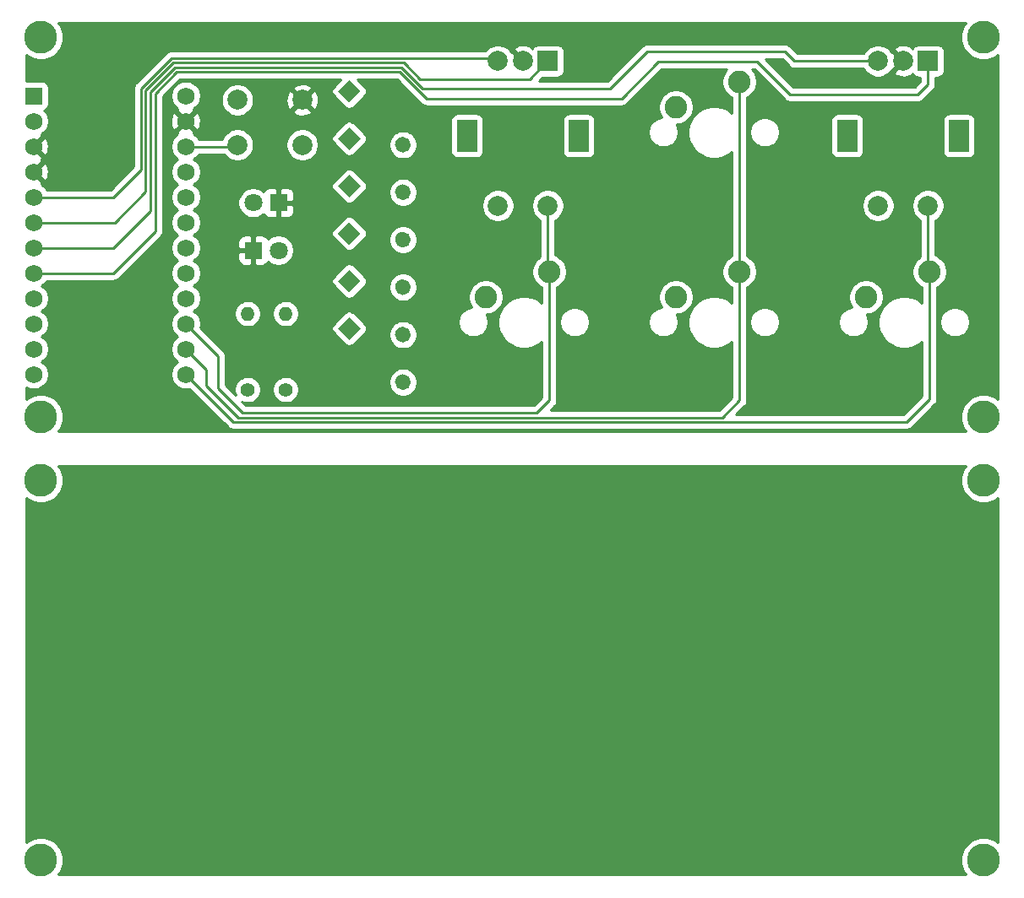
<source format=gbr>
%TF.GenerationSoftware,KiCad,Pcbnew,(5.1.9)-1*%
%TF.CreationDate,2021-04-14T21:31:02+02:00*%
%TF.ProjectId,Neopad,4e656f70-6164-42e6-9b69-6361645f7063,rev?*%
%TF.SameCoordinates,Original*%
%TF.FileFunction,Copper,L2,Bot*%
%TF.FilePolarity,Positive*%
%FSLAX46Y46*%
G04 Gerber Fmt 4.6, Leading zero omitted, Abs format (unit mm)*
G04 Created by KiCad (PCBNEW (5.1.9)-1) date 2021-04-14 21:31:02*
%MOMM*%
%LPD*%
G01*
G04 APERTURE LIST*
%TA.AperFunction,ComponentPad*%
%ADD10O,1.400000X1.400000*%
%TD*%
%TA.AperFunction,ComponentPad*%
%ADD11C,1.400000*%
%TD*%
%TA.AperFunction,ComponentPad*%
%ADD12R,1.752600X1.752600*%
%TD*%
%TA.AperFunction,ComponentPad*%
%ADD13C,1.752600*%
%TD*%
%TA.AperFunction,ComponentPad*%
%ADD14C,2.000000*%
%TD*%
%TA.AperFunction,ComponentPad*%
%ADD15C,0.100000*%
%TD*%
%TA.AperFunction,ComponentPad*%
%ADD16C,3.300000*%
%TD*%
%TA.AperFunction,ComponentPad*%
%ADD17R,2.000000X3.200000*%
%TD*%
%TA.AperFunction,ComponentPad*%
%ADD18R,2.000000X2.000000*%
%TD*%
%TA.AperFunction,ComponentPad*%
%ADD19R,1.800000X1.800000*%
%TD*%
%TA.AperFunction,ComponentPad*%
%ADD20C,1.800000*%
%TD*%
%TA.AperFunction,ComponentPad*%
%ADD21C,2.250000*%
%TD*%
%TA.AperFunction,Conductor*%
%ADD22C,0.381000*%
%TD*%
%TA.AperFunction,Conductor*%
%ADD23C,0.254000*%
%TD*%
%TA.AperFunction,Conductor*%
%ADD24C,0.100000*%
%TD*%
%TA.AperFunction,NonConductor*%
%ADD25C,0.254000*%
%TD*%
%TA.AperFunction,NonConductor*%
%ADD26C,0.100000*%
%TD*%
G04 APERTURE END LIST*
D10*
%TO.P,R2,2*%
%TO.N,Net-(D5-Pad2)*%
X68199000Y-80899000D03*
D11*
%TO.P,R2,1*%
%TO.N,LED1*%
X68199000Y-88519000D03*
%TD*%
D10*
%TO.P,R1,2*%
%TO.N,Net-(D4-Pad2)*%
X64389000Y-80899000D03*
D11*
%TO.P,R1,1*%
%TO.N,LED0*%
X64389000Y-88519000D03*
%TD*%
D12*
%TO.P,U1,1*%
%TO.N,Net-(U1-Pad1)*%
X42926000Y-59055000D03*
D13*
%TO.P,U1,2*%
%TO.N,Net-(U1-Pad2)*%
X42926000Y-61595000D03*
%TO.P,U1,3*%
%TO.N,GND*%
X42926000Y-64135000D03*
%TO.P,U1,4*%
X42926000Y-66675000D03*
%TO.P,U1,5*%
%TO.N,ENC1B*%
X42926000Y-69215000D03*
%TO.P,U1,6*%
%TO.N,ENC1A*%
X42926000Y-71755000D03*
%TO.P,U1,7*%
%TO.N,ENC2B*%
X42926000Y-74295000D03*
%TO.P,U1,8*%
%TO.N,ENC2A*%
X42926000Y-76835000D03*
%TO.P,U1,9*%
%TO.N,Net-(U1-Pad9)*%
X42926000Y-79375000D03*
%TO.P,U1,10*%
%TO.N,Net-(U1-Pad10)*%
X42926000Y-81915000D03*
%TO.P,U1,11*%
%TO.N,Net-(U1-Pad11)*%
X42926000Y-84455000D03*
%TO.P,U1,13*%
%TO.N,COL2*%
X58166000Y-86995000D03*
%TO.P,U1,14*%
%TO.N,COL1*%
X58166000Y-84455000D03*
%TO.P,U1,15*%
%TO.N,COL0*%
X58166000Y-81915000D03*
%TO.P,U1,16*%
%TO.N,Net-(U1-Pad16)*%
X58166000Y-79375000D03*
%TO.P,U1,17*%
%TO.N,LED1*%
X58166000Y-76835000D03*
%TO.P,U1,18*%
%TO.N,LED0*%
X58166000Y-74295000D03*
%TO.P,U1,19*%
%TO.N,ROW1*%
X58166000Y-71755000D03*
%TO.P,U1,20*%
%TO.N,ROW0*%
X58166000Y-69215000D03*
%TO.P,U1,21*%
%TO.N,Net-(U1-Pad21)*%
X58166000Y-66675000D03*
%TO.P,U1,22*%
%TO.N,Net-(SW2-Pad3)*%
X58166000Y-64135000D03*
%TO.P,U1,23*%
%TO.N,GND*%
X58166000Y-61595000D03*
%TO.P,U1,12*%
%TO.N,Net-(U1-Pad12)*%
X42926000Y-86995000D03*
%TO.P,U1,24*%
%TO.N,Net-(U1-Pad24)*%
X58166000Y-59055000D03*
%TD*%
D14*
%TO.P,SW2,2*%
%TO.N,GND*%
X69850000Y-59467750D03*
%TO.P,SW2,4*%
%TO.N,Net-(SW2-Pad4)*%
X69850000Y-63967750D03*
%TO.P,SW2,1*%
%TO.N,Net-(SW2-Pad1)*%
X63350000Y-59467750D03*
%TO.P,SW2,3*%
%TO.N,Net-(SW2-Pad3)*%
X63350000Y-63967750D03*
%TD*%
%TO.P,D8,2*%
%TO.N,Net-(D8-Pad2)*%
%TA.AperFunction,ComponentPad*%
G36*
G01*
X79371469Y-87213719D02*
X79371469Y-87213719D01*
G75*
G02*
X80502839Y-87213719I565685J-565685D01*
G01*
X80502839Y-87213719D01*
G75*
G02*
X80502839Y-88345089I-565685J-565685D01*
G01*
X80502839Y-88345089D01*
G75*
G02*
X79371469Y-88345089I-565685J565685D01*
G01*
X79371469Y-88345089D01*
G75*
G02*
X79371469Y-87213719I565685J565685D01*
G01*
G37*
%TD.AperFunction*%
%TA.AperFunction,ComponentPad*%
D15*
%TO.P,D8,1*%
%TO.N,ROW1*%
G36*
X73417629Y-82391250D02*
G01*
X74549000Y-81259879D01*
X75680371Y-82391250D01*
X74549000Y-83522621D01*
X73417629Y-82391250D01*
G37*
%TD.AperFunction*%
%TD*%
%TO.P,D7,2*%
%TO.N,Net-(D7-Pad2)*%
%TA.AperFunction,ComponentPad*%
G36*
G01*
X79371469Y-82451219D02*
X79371469Y-82451219D01*
G75*
G02*
X80502839Y-82451219I565685J-565685D01*
G01*
X80502839Y-82451219D01*
G75*
G02*
X80502839Y-83582589I-565685J-565685D01*
G01*
X80502839Y-83582589D01*
G75*
G02*
X79371469Y-83582589I-565685J565685D01*
G01*
X79371469Y-83582589D01*
G75*
G02*
X79371469Y-82451219I565685J565685D01*
G01*
G37*
%TD.AperFunction*%
%TA.AperFunction,ComponentPad*%
%TO.P,D7,1*%
%TO.N,ROW1*%
G36*
X73417629Y-77628750D02*
G01*
X74549000Y-76497379D01*
X75680371Y-77628750D01*
X74549000Y-78760121D01*
X73417629Y-77628750D01*
G37*
%TD.AperFunction*%
%TD*%
%TO.P,D6,2*%
%TO.N,Net-(D6-Pad2)*%
%TA.AperFunction,ComponentPad*%
G36*
G01*
X79371469Y-77688719D02*
X79371469Y-77688719D01*
G75*
G02*
X80502839Y-77688719I565685J-565685D01*
G01*
X80502839Y-77688719D01*
G75*
G02*
X80502839Y-78820089I-565685J-565685D01*
G01*
X80502839Y-78820089D01*
G75*
G02*
X79371469Y-78820089I-565685J565685D01*
G01*
X79371469Y-78820089D01*
G75*
G02*
X79371469Y-77688719I565685J565685D01*
G01*
G37*
%TD.AperFunction*%
%TA.AperFunction,ComponentPad*%
%TO.P,D6,1*%
%TO.N,ROW1*%
G36*
X73417629Y-72866250D02*
G01*
X74549000Y-71734879D01*
X75680371Y-72866250D01*
X74549000Y-73997621D01*
X73417629Y-72866250D01*
G37*
%TD.AperFunction*%
%TD*%
%TO.P,D3,2*%
%TO.N,Net-(D3-Pad2)*%
%TA.AperFunction,ComponentPad*%
G36*
G01*
X79371469Y-72926219D02*
X79371469Y-72926219D01*
G75*
G02*
X80502839Y-72926219I565685J-565685D01*
G01*
X80502839Y-72926219D01*
G75*
G02*
X80502839Y-74057589I-565685J-565685D01*
G01*
X80502839Y-74057589D01*
G75*
G02*
X79371469Y-74057589I-565685J565685D01*
G01*
X79371469Y-74057589D01*
G75*
G02*
X79371469Y-72926219I565685J565685D01*
G01*
G37*
%TD.AperFunction*%
%TA.AperFunction,ComponentPad*%
%TO.P,D3,1*%
%TO.N,ROW0*%
G36*
X73417629Y-68103750D02*
G01*
X74549000Y-66972379D01*
X75680371Y-68103750D01*
X74549000Y-69235121D01*
X73417629Y-68103750D01*
G37*
%TD.AperFunction*%
%TD*%
%TO.P,D2,2*%
%TO.N,Net-(D2-Pad2)*%
%TA.AperFunction,ComponentPad*%
G36*
G01*
X79371469Y-68163719D02*
X79371469Y-68163719D01*
G75*
G02*
X80502839Y-68163719I565685J-565685D01*
G01*
X80502839Y-68163719D01*
G75*
G02*
X80502839Y-69295089I-565685J-565685D01*
G01*
X80502839Y-69295089D01*
G75*
G02*
X79371469Y-69295089I-565685J565685D01*
G01*
X79371469Y-69295089D01*
G75*
G02*
X79371469Y-68163719I565685J565685D01*
G01*
G37*
%TD.AperFunction*%
%TA.AperFunction,ComponentPad*%
%TO.P,D2,1*%
%TO.N,ROW0*%
G36*
X73417629Y-63341250D02*
G01*
X74549000Y-62209879D01*
X75680371Y-63341250D01*
X74549000Y-64472621D01*
X73417629Y-63341250D01*
G37*
%TD.AperFunction*%
%TD*%
%TA.AperFunction,ComponentPad*%
%TO.P,D1,1*%
%TO.N,ROW0*%
G36*
X73417629Y-58578750D02*
G01*
X74549000Y-57447379D01*
X75680371Y-58578750D01*
X74549000Y-59710121D01*
X73417629Y-58578750D01*
G37*
%TD.AperFunction*%
%TO.P,D1,2*%
%TO.N,Net-(D1-Pad2)*%
%TA.AperFunction,ComponentPad*%
G36*
G01*
X79371469Y-63401219D02*
X79371469Y-63401219D01*
G75*
G02*
X80502839Y-63401219I565685J-565685D01*
G01*
X80502839Y-63401219D01*
G75*
G02*
X80502839Y-64532589I-565685J-565685D01*
G01*
X80502839Y-64532589D01*
G75*
G02*
X79371469Y-64532589I-565685J565685D01*
G01*
X79371469Y-64532589D01*
G75*
G02*
X79371469Y-63401219I565685J565685D01*
G01*
G37*
%TD.AperFunction*%
%TD*%
D16*
%TO.P,H8,1*%
%TO.N,N/C*%
X138112500Y-135731250D03*
%TD*%
%TO.P,H7,1*%
%TO.N,N/C*%
X138112500Y-97631250D03*
%TD*%
%TO.P,H6,1*%
%TO.N,N/C*%
X43656250Y-135731250D03*
%TD*%
%TO.P,H5,1*%
%TO.N,N/C*%
X43656250Y-97631250D03*
%TD*%
D14*
%TO.P,SW3,S2*%
%TO.N,Net-(D1-Pad2)*%
X89456250Y-70062500D03*
%TO.P,SW3,S1*%
%TO.N,COL0*%
X94456250Y-70062500D03*
D17*
%TO.P,SW3,MP*%
%TO.N,N/C*%
X86356250Y-63062500D03*
X97556250Y-63062500D03*
D14*
%TO.P,SW3,B*%
%TO.N,ENC1B*%
X89456250Y-55562500D03*
%TO.P,SW3,C*%
%TO.N,GND*%
X91956250Y-55562500D03*
D18*
%TO.P,SW3,A*%
%TO.N,ENC1A*%
X94456250Y-55562500D03*
%TD*%
D14*
%TO.P,SW1,S2*%
%TO.N,Net-(D3-Pad2)*%
X127556250Y-70062500D03*
%TO.P,SW1,S1*%
%TO.N,COL2*%
X132556250Y-70062500D03*
D17*
%TO.P,SW1,MP*%
%TO.N,N/C*%
X124456250Y-63062500D03*
X135656250Y-63062500D03*
D14*
%TO.P,SW1,B*%
%TO.N,ENC2B*%
X127556250Y-55562500D03*
%TO.P,SW1,C*%
%TO.N,GND*%
X130056250Y-55562500D03*
D18*
%TO.P,SW1,A*%
%TO.N,ENC2A*%
X132556250Y-55562500D03*
%TD*%
D19*
%TO.P,D5,1*%
%TO.N,GND*%
X64928750Y-74549000D03*
D20*
%TO.P,D5,2*%
%TO.N,Net-(D5-Pad2)*%
X67468750Y-74549000D03*
%TD*%
D19*
%TO.P,D4,1*%
%TO.N,GND*%
X67468750Y-69786500D03*
D20*
%TO.P,D4,2*%
%TO.N,Net-(D4-Pad2)*%
X64928750Y-69786500D03*
%TD*%
D16*
%TO.P,H4,1*%
%TO.N,N/C*%
X138112500Y-53181250D03*
%TD*%
%TO.P,H3,1*%
%TO.N,N/C*%
X43656250Y-53181250D03*
%TD*%
%TO.P,H2,1*%
%TO.N,N/C*%
X138112500Y-91281250D03*
%TD*%
%TO.P,H1,1*%
%TO.N,N/C*%
X43656250Y-91281250D03*
%TD*%
D21*
%TO.P,MX2,1*%
%TO.N,COL0*%
X94615000Y-76676250D03*
%TO.P,MX2,2*%
%TO.N,Net-(D6-Pad2)*%
X88265000Y-79216250D03*
%TD*%
%TO.P,MX3,1*%
%TO.N,COL1*%
X113665000Y-76676250D03*
%TO.P,MX3,2*%
%TO.N,Net-(D7-Pad2)*%
X107315000Y-79216250D03*
%TD*%
%TO.P,MX4,1*%
%TO.N,COL2*%
X132715000Y-76676250D03*
%TO.P,MX4,2*%
%TO.N,Net-(D8-Pad2)*%
X126365000Y-79216250D03*
%TD*%
%TO.P,MX1,1*%
%TO.N,COL1*%
X113665000Y-57626250D03*
%TO.P,MX1,2*%
%TO.N,Net-(D2-Pad2)*%
X107315000Y-60166250D03*
%TD*%
D22*
%TO.N,GND*%
X91956250Y-55765402D02*
X91956250Y-55562500D01*
D23*
%TO.N,COL1*%
X113665000Y-57626250D02*
X113665000Y-76676250D01*
X111948057Y-91322510D02*
X113665000Y-89605567D01*
X63458740Y-91322510D02*
X111948057Y-91322510D01*
X58166000Y-84455000D02*
X60229750Y-86518750D01*
X60229750Y-88093520D02*
X63458740Y-91322510D01*
X60229750Y-86518750D02*
X60229750Y-88093520D01*
X113665000Y-78422500D02*
X113665000Y-76676250D01*
X113665000Y-78263750D02*
X113665000Y-78422500D01*
X113665000Y-78422500D02*
X113665000Y-89605567D01*
%TO.N,COL0*%
X94456250Y-76517500D02*
X94615000Y-76676250D01*
X94456250Y-70062500D02*
X94456250Y-76517500D01*
X93345000Y-90868500D02*
X63881000Y-90868500D01*
X94615000Y-89598500D02*
X93345000Y-90868500D01*
X58166000Y-81915000D02*
X61398523Y-85147523D01*
X61398523Y-88386023D02*
X63881000Y-90868500D01*
X61398523Y-85147523D02*
X61398523Y-88386023D01*
X94615000Y-78422500D02*
X94615000Y-89598500D01*
X94615000Y-78422500D02*
X94615000Y-76676250D01*
%TO.N,COL2*%
X133350000Y-76041250D02*
X132715000Y-76676250D01*
X132556250Y-76517500D02*
X132715000Y-76676250D01*
X132556250Y-70062500D02*
X132556250Y-76517500D01*
X132715000Y-78263750D02*
X132715000Y-76676250D01*
X132715000Y-89471500D02*
X132715000Y-78263750D01*
X130409980Y-91776520D02*
X132715000Y-89471500D01*
X62947520Y-91776520D02*
X130409980Y-91776520D01*
X58166000Y-86995000D02*
X62947520Y-91776520D01*
%TO.N,ENC2A*%
X133350000Y-55562500D02*
X133350000Y-55372000D01*
X50927000Y-76835000D02*
X42926000Y-76835000D01*
X55118000Y-72644000D02*
X50927000Y-76835000D01*
X55118000Y-58801000D02*
X55118000Y-72644000D01*
X82296000Y-59309000D02*
X79629000Y-56642000D01*
X101854000Y-59309000D02*
X82296000Y-59309000D01*
X79629000Y-56642000D02*
X57277000Y-56642000D01*
X105537000Y-55626000D02*
X101854000Y-59309000D01*
X115443000Y-55626000D02*
X105537000Y-55626000D01*
X118745000Y-58928000D02*
X115443000Y-55626000D01*
X131540250Y-58928000D02*
X118745000Y-58928000D01*
X132556250Y-57912000D02*
X131540250Y-58928000D01*
X57277000Y-56642000D02*
X55118000Y-58801000D01*
X132556250Y-55562500D02*
X132556250Y-57912000D01*
%TO.N,ENC2B*%
X119189500Y-55562500D02*
X118237000Y-54610000D01*
X118237000Y-54610000D02*
X104394000Y-54610000D01*
X104394000Y-54610000D02*
X100711000Y-58293000D01*
X57088943Y-56187990D02*
X79817056Y-56187990D01*
X54610000Y-58666934D02*
X57088943Y-56187990D01*
X81922066Y-58293000D02*
X100711000Y-58293000D01*
X79817056Y-56187990D02*
X81922066Y-58293000D01*
X42926000Y-74295000D02*
X50927000Y-74295000D01*
X50927000Y-74295000D02*
X54610000Y-70612000D01*
X54610000Y-70612000D02*
X54610000Y-58666934D01*
X119189500Y-55562500D02*
X127556250Y-55562500D01*
%TO.N,ENC1A*%
X94456250Y-55562500D02*
X94456250Y-55340250D01*
X94456250Y-55562500D02*
X94424500Y-55562500D01*
X92614750Y-57404000D02*
X94456250Y-55562500D01*
X80271066Y-55999934D02*
X81675132Y-57404000D01*
X80005113Y-55733980D02*
X80271066Y-55999934D01*
X56900886Y-55733980D02*
X80005113Y-55733980D01*
X54155990Y-58478877D02*
X56900886Y-55733980D01*
X54155990Y-68653010D02*
X54155990Y-58478877D01*
X81675132Y-57404000D02*
X92614750Y-57404000D01*
X51054000Y-71755000D02*
X54155990Y-68653010D01*
X42926000Y-71755000D02*
X51054000Y-71755000D01*
%TO.N,ENC1B*%
X89173720Y-55279970D02*
X89456250Y-55562500D01*
X56712829Y-55279970D02*
X89173720Y-55279970D01*
X53701980Y-58290820D02*
X56712829Y-55279970D01*
X42926000Y-69215000D02*
X50927000Y-69215000D01*
X53701980Y-66440020D02*
X53701980Y-58290820D01*
X50927000Y-69215000D02*
X53701980Y-66440020D01*
%TO.N,Net-(SW2-Pad3)*%
X63182750Y-64135000D02*
X63350000Y-63967750D01*
X58166000Y-64135000D02*
X63182750Y-64135000D01*
%TD*%
%TO.N,GND*%
X136337625Y-51724647D02*
X136087559Y-52098897D01*
X135915311Y-52514740D01*
X135827500Y-52956197D01*
X135827500Y-53406303D01*
X135915311Y-53847760D01*
X136087559Y-54263603D01*
X136337625Y-54637853D01*
X136655897Y-54956125D01*
X137030147Y-55206191D01*
X137445990Y-55378439D01*
X137887447Y-55466250D01*
X138337553Y-55466250D01*
X138779010Y-55378439D01*
X139194853Y-55206191D01*
X139569103Y-54956125D01*
X139573000Y-54952228D01*
X139573000Y-89510272D01*
X139569103Y-89506375D01*
X139194853Y-89256309D01*
X138779010Y-89084061D01*
X138337553Y-88996250D01*
X137887447Y-88996250D01*
X137445990Y-89084061D01*
X137030147Y-89256309D01*
X136655897Y-89506375D01*
X136337625Y-89824647D01*
X136087559Y-90198897D01*
X135915311Y-90614740D01*
X135827500Y-91056197D01*
X135827500Y-91506303D01*
X135915311Y-91947760D01*
X136087559Y-92363603D01*
X136337625Y-92737853D01*
X136341522Y-92741750D01*
X45427228Y-92741750D01*
X45431125Y-92737853D01*
X45681191Y-92363603D01*
X45853439Y-91947760D01*
X45941250Y-91506303D01*
X45941250Y-91056197D01*
X45853439Y-90614740D01*
X45681191Y-90198897D01*
X45431125Y-89824647D01*
X45112853Y-89506375D01*
X44738603Y-89256309D01*
X44322760Y-89084061D01*
X43881303Y-88996250D01*
X43431197Y-88996250D01*
X42989740Y-89084061D01*
X42573897Y-89256309D01*
X42199647Y-89506375D01*
X42195750Y-89510272D01*
X42195750Y-88324688D01*
X42210131Y-88334297D01*
X42485170Y-88448222D01*
X42777150Y-88506300D01*
X43074850Y-88506300D01*
X43366830Y-88448222D01*
X43641869Y-88334297D01*
X43889398Y-88168904D01*
X44099904Y-87958398D01*
X44265297Y-87710869D01*
X44379222Y-87435830D01*
X44437300Y-87143850D01*
X44437300Y-86846150D01*
X44379222Y-86554170D01*
X44265297Y-86279131D01*
X44099904Y-86031602D01*
X43889398Y-85821096D01*
X43745580Y-85725000D01*
X43889398Y-85628904D01*
X44099904Y-85418398D01*
X44265297Y-85170869D01*
X44379222Y-84895830D01*
X44437300Y-84603850D01*
X44437300Y-84306150D01*
X44379222Y-84014170D01*
X44265297Y-83739131D01*
X44099904Y-83491602D01*
X43889398Y-83281096D01*
X43745580Y-83185000D01*
X43889398Y-83088904D01*
X44099904Y-82878398D01*
X44265297Y-82630869D01*
X44379222Y-82355830D01*
X44437300Y-82063850D01*
X44437300Y-81766150D01*
X44379222Y-81474170D01*
X44265297Y-81199131D01*
X44099904Y-80951602D01*
X43889398Y-80741096D01*
X43745580Y-80645000D01*
X43889398Y-80548904D01*
X44099904Y-80338398D01*
X44265297Y-80090869D01*
X44379222Y-79815830D01*
X44437300Y-79523850D01*
X44437300Y-79226150D01*
X44379222Y-78934170D01*
X44265297Y-78659131D01*
X44099904Y-78411602D01*
X43889398Y-78201096D01*
X43745580Y-78105000D01*
X43889398Y-78008904D01*
X44099904Y-77798398D01*
X44234473Y-77597000D01*
X50889577Y-77597000D01*
X50927000Y-77600686D01*
X50964423Y-77597000D01*
X50964426Y-77597000D01*
X51076378Y-77585974D01*
X51220015Y-77542402D01*
X51352392Y-77471645D01*
X51468422Y-77376422D01*
X51492284Y-77347346D01*
X55630352Y-73209279D01*
X55659422Y-73185422D01*
X55754645Y-73069392D01*
X55825402Y-72937015D01*
X55868974Y-72793378D01*
X55880000Y-72681426D01*
X55880000Y-72681424D01*
X55883686Y-72644001D01*
X55880000Y-72606578D01*
X55880000Y-61662491D01*
X56648887Y-61662491D01*
X56691204Y-61957167D01*
X56790198Y-62237927D01*
X56867071Y-62381746D01*
X57118831Y-62462563D01*
X57986395Y-61595000D01*
X58345605Y-61595000D01*
X59213169Y-62462563D01*
X59464929Y-62381746D01*
X59593457Y-62113221D01*
X59667129Y-61824781D01*
X59683113Y-61527509D01*
X59673778Y-61462500D01*
X84718178Y-61462500D01*
X84718178Y-64662500D01*
X84730438Y-64786982D01*
X84766748Y-64906680D01*
X84825713Y-65016994D01*
X84905065Y-65113685D01*
X85001756Y-65193037D01*
X85112070Y-65252002D01*
X85231768Y-65288312D01*
X85356250Y-65300572D01*
X87356250Y-65300572D01*
X87480732Y-65288312D01*
X87600430Y-65252002D01*
X87710744Y-65193037D01*
X87807435Y-65113685D01*
X87886787Y-65016994D01*
X87945752Y-64906680D01*
X87982062Y-64786982D01*
X87994322Y-64662500D01*
X87994322Y-61462500D01*
X95918178Y-61462500D01*
X95918178Y-64662500D01*
X95930438Y-64786982D01*
X95966748Y-64906680D01*
X96025713Y-65016994D01*
X96105065Y-65113685D01*
X96201756Y-65193037D01*
X96312070Y-65252002D01*
X96431768Y-65288312D01*
X96556250Y-65300572D01*
X98556250Y-65300572D01*
X98680732Y-65288312D01*
X98800430Y-65252002D01*
X98910744Y-65193037D01*
X99007435Y-65113685D01*
X99086787Y-65016994D01*
X99145752Y-64906680D01*
X99182062Y-64786982D01*
X99194322Y-64662500D01*
X99194322Y-62557528D01*
X104535000Y-62557528D01*
X104535000Y-62854972D01*
X104593029Y-63146701D01*
X104706856Y-63421503D01*
X104872107Y-63668819D01*
X105082431Y-63879143D01*
X105329747Y-64044394D01*
X105604549Y-64158221D01*
X105896278Y-64216250D01*
X106193722Y-64216250D01*
X106485451Y-64158221D01*
X106760253Y-64044394D01*
X107007569Y-63879143D01*
X107217893Y-63668819D01*
X107383144Y-63421503D01*
X107496971Y-63146701D01*
X107555000Y-62854972D01*
X107555000Y-62557528D01*
X107496971Y-62265799D01*
X107383144Y-61990997D01*
X107339882Y-61926250D01*
X107488345Y-61926250D01*
X107828373Y-61858614D01*
X108148673Y-61725942D01*
X108436935Y-61533331D01*
X108682081Y-61288185D01*
X108874692Y-60999923D01*
X109007364Y-60679623D01*
X109075000Y-60339595D01*
X109075000Y-59992905D01*
X109007364Y-59652877D01*
X108874692Y-59332577D01*
X108682081Y-59044315D01*
X108436935Y-58799169D01*
X108148673Y-58606558D01*
X107828373Y-58473886D01*
X107488345Y-58406250D01*
X107141655Y-58406250D01*
X106801627Y-58473886D01*
X106481327Y-58606558D01*
X106193065Y-58799169D01*
X105947919Y-59044315D01*
X105755308Y-59332577D01*
X105622636Y-59652877D01*
X105555000Y-59992905D01*
X105555000Y-60339595D01*
X105622636Y-60679623D01*
X105755308Y-60999923D01*
X105887638Y-61197969D01*
X105604549Y-61254279D01*
X105329747Y-61368106D01*
X105082431Y-61533357D01*
X104872107Y-61743681D01*
X104706856Y-61990997D01*
X104593029Y-62265799D01*
X104535000Y-62557528D01*
X99194322Y-62557528D01*
X99194322Y-61462500D01*
X99182062Y-61338018D01*
X99145752Y-61218320D01*
X99086787Y-61108006D01*
X99007435Y-61011315D01*
X98910744Y-60931963D01*
X98800430Y-60872998D01*
X98680732Y-60836688D01*
X98556250Y-60824428D01*
X96556250Y-60824428D01*
X96431768Y-60836688D01*
X96312070Y-60872998D01*
X96201756Y-60931963D01*
X96105065Y-61011315D01*
X96025713Y-61108006D01*
X95966748Y-61218320D01*
X95930438Y-61338018D01*
X95918178Y-61462500D01*
X87994322Y-61462500D01*
X87982062Y-61338018D01*
X87945752Y-61218320D01*
X87886787Y-61108006D01*
X87807435Y-61011315D01*
X87710744Y-60931963D01*
X87600430Y-60872998D01*
X87480732Y-60836688D01*
X87356250Y-60824428D01*
X85356250Y-60824428D01*
X85231768Y-60836688D01*
X85112070Y-60872998D01*
X85001756Y-60931963D01*
X84905065Y-61011315D01*
X84825713Y-61108006D01*
X84766748Y-61218320D01*
X84730438Y-61338018D01*
X84718178Y-61462500D01*
X59673778Y-61462500D01*
X59640796Y-61232833D01*
X59541802Y-60952073D01*
X59464929Y-60808254D01*
X59213169Y-60727437D01*
X58345605Y-61595000D01*
X57986395Y-61595000D01*
X57118831Y-60727437D01*
X56867071Y-60808254D01*
X56738543Y-61076779D01*
X56664871Y-61365219D01*
X56648887Y-61662491D01*
X55880000Y-61662491D01*
X55880000Y-59116630D01*
X56090480Y-58906150D01*
X56654700Y-58906150D01*
X56654700Y-59203850D01*
X56712778Y-59495830D01*
X56826703Y-59770869D01*
X56992096Y-60018398D01*
X57202602Y-60228904D01*
X57365809Y-60337955D01*
X57298437Y-60547831D01*
X58166000Y-61415395D01*
X59033563Y-60547831D01*
X58966191Y-60337955D01*
X59129398Y-60228904D01*
X59339904Y-60018398D01*
X59505297Y-59770869D01*
X59619222Y-59495830D01*
X59656838Y-59306717D01*
X61715000Y-59306717D01*
X61715000Y-59628783D01*
X61777832Y-59944662D01*
X61901082Y-60242213D01*
X62080013Y-60510002D01*
X62307748Y-60737737D01*
X62575537Y-60916668D01*
X62873088Y-61039918D01*
X63188967Y-61102750D01*
X63511033Y-61102750D01*
X63826912Y-61039918D01*
X64124463Y-60916668D01*
X64392252Y-60737737D01*
X64526826Y-60603163D01*
X68894192Y-60603163D01*
X68989956Y-60867564D01*
X69279571Y-61008454D01*
X69591108Y-61090134D01*
X69912595Y-61109468D01*
X70231675Y-61065711D01*
X70536088Y-60960545D01*
X70710044Y-60867564D01*
X70805808Y-60603163D01*
X69850000Y-59647355D01*
X68894192Y-60603163D01*
X64526826Y-60603163D01*
X64619987Y-60510002D01*
X64798918Y-60242213D01*
X64922168Y-59944662D01*
X64985000Y-59628783D01*
X64985000Y-59530345D01*
X68208282Y-59530345D01*
X68252039Y-59849425D01*
X68357205Y-60153838D01*
X68450186Y-60327794D01*
X68714587Y-60423558D01*
X69670395Y-59467750D01*
X70029605Y-59467750D01*
X70985413Y-60423558D01*
X71249814Y-60327794D01*
X71390704Y-60038179D01*
X71472384Y-59726642D01*
X71491718Y-59405155D01*
X71447961Y-59086075D01*
X71342795Y-58781662D01*
X71249814Y-58607706D01*
X70985413Y-58511942D01*
X70029605Y-59467750D01*
X69670395Y-59467750D01*
X68714587Y-58511942D01*
X68450186Y-58607706D01*
X68309296Y-58897321D01*
X68227616Y-59208858D01*
X68208282Y-59530345D01*
X64985000Y-59530345D01*
X64985000Y-59306717D01*
X64922168Y-58990838D01*
X64798918Y-58693287D01*
X64619987Y-58425498D01*
X64526826Y-58332337D01*
X68894192Y-58332337D01*
X69850000Y-59288145D01*
X70805808Y-58332337D01*
X70710044Y-58067936D01*
X70420429Y-57927046D01*
X70108892Y-57845366D01*
X69787405Y-57826032D01*
X69468325Y-57869789D01*
X69163912Y-57974955D01*
X68989956Y-58067936D01*
X68894192Y-58332337D01*
X64526826Y-58332337D01*
X64392252Y-58197763D01*
X64124463Y-58018832D01*
X63826912Y-57895582D01*
X63511033Y-57832750D01*
X63188967Y-57832750D01*
X62873088Y-57895582D01*
X62575537Y-58018832D01*
X62307748Y-58197763D01*
X62080013Y-58425498D01*
X61901082Y-58693287D01*
X61777832Y-58990838D01*
X61715000Y-59306717D01*
X59656838Y-59306717D01*
X59677300Y-59203850D01*
X59677300Y-58906150D01*
X59619222Y-58614170D01*
X59505297Y-58339131D01*
X59339904Y-58091602D01*
X59129398Y-57881096D01*
X58881869Y-57715703D01*
X58606830Y-57601778D01*
X58314850Y-57543700D01*
X58017150Y-57543700D01*
X57725170Y-57601778D01*
X57450131Y-57715703D01*
X57202602Y-57881096D01*
X56992096Y-58091602D01*
X56826703Y-58339131D01*
X56712778Y-58614170D01*
X56654700Y-58906150D01*
X56090480Y-58906150D01*
X57592631Y-57404000D01*
X73690009Y-57404000D01*
X72966444Y-58127565D01*
X72887092Y-58224256D01*
X72828127Y-58334570D01*
X72791817Y-58454268D01*
X72779557Y-58578750D01*
X72791817Y-58703232D01*
X72828127Y-58822930D01*
X72887092Y-58933244D01*
X72966444Y-59029935D01*
X74097815Y-60161306D01*
X74194506Y-60240658D01*
X74304820Y-60299623D01*
X74424518Y-60335933D01*
X74549000Y-60348193D01*
X74673482Y-60335933D01*
X74793180Y-60299623D01*
X74903494Y-60240658D01*
X75000185Y-60161306D01*
X76131556Y-59029935D01*
X76210908Y-58933244D01*
X76269873Y-58822930D01*
X76306183Y-58703232D01*
X76318443Y-58578750D01*
X76306183Y-58454268D01*
X76269873Y-58334570D01*
X76210908Y-58224256D01*
X76131556Y-58127565D01*
X75407991Y-57404000D01*
X79313370Y-57404000D01*
X81730716Y-59821346D01*
X81754578Y-59850422D01*
X81828219Y-59910857D01*
X81870607Y-59945645D01*
X81941364Y-59983465D01*
X82002985Y-60016402D01*
X82146622Y-60059974D01*
X82258574Y-60071000D01*
X82258577Y-60071000D01*
X82296000Y-60074686D01*
X82333423Y-60071000D01*
X101816577Y-60071000D01*
X101854000Y-60074686D01*
X101891423Y-60071000D01*
X101891426Y-60071000D01*
X102003378Y-60059974D01*
X102147015Y-60016402D01*
X102279392Y-59945645D01*
X102395422Y-59850422D01*
X102419284Y-59821346D01*
X105852630Y-56388000D01*
X112414234Y-56388000D01*
X112297919Y-56504315D01*
X112105308Y-56792577D01*
X111972636Y-57112877D01*
X111905000Y-57452905D01*
X111905000Y-57799595D01*
X111972636Y-58139623D01*
X112105308Y-58459923D01*
X112297919Y-58748185D01*
X112543065Y-58993331D01*
X112831327Y-59185942D01*
X112903000Y-59215630D01*
X112903000Y-60766424D01*
X112800826Y-60664250D01*
X112370251Y-60376549D01*
X111891822Y-60178377D01*
X111383924Y-60077350D01*
X110866076Y-60077350D01*
X110358178Y-60178377D01*
X109879749Y-60376549D01*
X109449174Y-60664250D01*
X109083000Y-61030424D01*
X108795299Y-61460999D01*
X108597127Y-61939428D01*
X108496100Y-62447326D01*
X108496100Y-62965174D01*
X108597127Y-63473072D01*
X108795299Y-63951501D01*
X109083000Y-64382076D01*
X109449174Y-64748250D01*
X109879749Y-65035951D01*
X110358178Y-65234123D01*
X110866076Y-65335150D01*
X111383924Y-65335150D01*
X111891822Y-65234123D01*
X112370251Y-65035951D01*
X112800826Y-64748250D01*
X112903000Y-64646076D01*
X112903001Y-75086870D01*
X112831327Y-75116558D01*
X112543065Y-75309169D01*
X112297919Y-75554315D01*
X112105308Y-75842577D01*
X111972636Y-76162877D01*
X111905000Y-76502905D01*
X111905000Y-76849595D01*
X111972636Y-77189623D01*
X112105308Y-77509923D01*
X112297919Y-77798185D01*
X112543065Y-78043331D01*
X112831327Y-78235942D01*
X112903000Y-78265630D01*
X112903000Y-79816424D01*
X112800826Y-79714250D01*
X112370251Y-79426549D01*
X111891822Y-79228377D01*
X111383924Y-79127350D01*
X110866076Y-79127350D01*
X110358178Y-79228377D01*
X109879749Y-79426549D01*
X109449174Y-79714250D01*
X109083000Y-80080424D01*
X108795299Y-80510999D01*
X108597127Y-80989428D01*
X108496100Y-81497326D01*
X108496100Y-82015174D01*
X108597127Y-82523072D01*
X108795299Y-83001501D01*
X109083000Y-83432076D01*
X109449174Y-83798250D01*
X109879749Y-84085951D01*
X110358178Y-84284123D01*
X110866076Y-84385150D01*
X111383924Y-84385150D01*
X111891822Y-84284123D01*
X112370251Y-84085951D01*
X112800826Y-83798250D01*
X112903000Y-83696076D01*
X112903001Y-89289935D01*
X111632427Y-90560510D01*
X94730621Y-90560510D01*
X95127352Y-90163779D01*
X95156422Y-90139922D01*
X95251645Y-90023892D01*
X95319528Y-89896892D01*
X95322401Y-89891517D01*
X95342686Y-89824647D01*
X95365974Y-89747878D01*
X95377000Y-89635926D01*
X95377000Y-89635924D01*
X95380686Y-89598501D01*
X95377000Y-89561078D01*
X95377000Y-81607528D01*
X95645000Y-81607528D01*
X95645000Y-81904972D01*
X95703029Y-82196701D01*
X95816856Y-82471503D01*
X95982107Y-82718819D01*
X96192431Y-82929143D01*
X96439747Y-83094394D01*
X96714549Y-83208221D01*
X97006278Y-83266250D01*
X97303722Y-83266250D01*
X97595451Y-83208221D01*
X97870253Y-83094394D01*
X98117569Y-82929143D01*
X98327893Y-82718819D01*
X98493144Y-82471503D01*
X98606971Y-82196701D01*
X98665000Y-81904972D01*
X98665000Y-81607528D01*
X104535000Y-81607528D01*
X104535000Y-81904972D01*
X104593029Y-82196701D01*
X104706856Y-82471503D01*
X104872107Y-82718819D01*
X105082431Y-82929143D01*
X105329747Y-83094394D01*
X105604549Y-83208221D01*
X105896278Y-83266250D01*
X106193722Y-83266250D01*
X106485451Y-83208221D01*
X106760253Y-83094394D01*
X107007569Y-82929143D01*
X107217893Y-82718819D01*
X107383144Y-82471503D01*
X107496971Y-82196701D01*
X107555000Y-81904972D01*
X107555000Y-81607528D01*
X107496971Y-81315799D01*
X107383144Y-81040997D01*
X107339882Y-80976250D01*
X107488345Y-80976250D01*
X107828373Y-80908614D01*
X108148673Y-80775942D01*
X108436935Y-80583331D01*
X108682081Y-80338185D01*
X108874692Y-80049923D01*
X109007364Y-79729623D01*
X109075000Y-79389595D01*
X109075000Y-79042905D01*
X109007364Y-78702877D01*
X108874692Y-78382577D01*
X108682081Y-78094315D01*
X108436935Y-77849169D01*
X108148673Y-77656558D01*
X107828373Y-77523886D01*
X107488345Y-77456250D01*
X107141655Y-77456250D01*
X106801627Y-77523886D01*
X106481327Y-77656558D01*
X106193065Y-77849169D01*
X105947919Y-78094315D01*
X105755308Y-78382577D01*
X105622636Y-78702877D01*
X105555000Y-79042905D01*
X105555000Y-79389595D01*
X105622636Y-79729623D01*
X105755308Y-80049923D01*
X105887638Y-80247969D01*
X105604549Y-80304279D01*
X105329747Y-80418106D01*
X105082431Y-80583357D01*
X104872107Y-80793681D01*
X104706856Y-81040997D01*
X104593029Y-81315799D01*
X104535000Y-81607528D01*
X98665000Y-81607528D01*
X98606971Y-81315799D01*
X98493144Y-81040997D01*
X98327893Y-80793681D01*
X98117569Y-80583357D01*
X97870253Y-80418106D01*
X97595451Y-80304279D01*
X97303722Y-80246250D01*
X97006278Y-80246250D01*
X96714549Y-80304279D01*
X96439747Y-80418106D01*
X96192431Y-80583357D01*
X95982107Y-80793681D01*
X95816856Y-81040997D01*
X95703029Y-81315799D01*
X95645000Y-81607528D01*
X95377000Y-81607528D01*
X95377000Y-78265630D01*
X95448673Y-78235942D01*
X95736935Y-78043331D01*
X95982081Y-77798185D01*
X96174692Y-77509923D01*
X96307364Y-77189623D01*
X96375000Y-76849595D01*
X96375000Y-76502905D01*
X96307364Y-76162877D01*
X96174692Y-75842577D01*
X95982081Y-75554315D01*
X95736935Y-75309169D01*
X95448673Y-75116558D01*
X95218250Y-75021114D01*
X95218250Y-71516580D01*
X95230713Y-71511418D01*
X95498502Y-71332487D01*
X95726237Y-71104752D01*
X95905168Y-70836963D01*
X96028418Y-70539412D01*
X96091250Y-70223533D01*
X96091250Y-69901467D01*
X96028418Y-69585588D01*
X95905168Y-69288037D01*
X95726237Y-69020248D01*
X95498502Y-68792513D01*
X95230713Y-68613582D01*
X94933162Y-68490332D01*
X94617283Y-68427500D01*
X94295217Y-68427500D01*
X93979338Y-68490332D01*
X93681787Y-68613582D01*
X93413998Y-68792513D01*
X93186263Y-69020248D01*
X93007332Y-69288037D01*
X92884082Y-69585588D01*
X92821250Y-69901467D01*
X92821250Y-70223533D01*
X92884082Y-70539412D01*
X93007332Y-70836963D01*
X93186263Y-71104752D01*
X93413998Y-71332487D01*
X93681787Y-71511418D01*
X93694250Y-71516580D01*
X93694251Y-75174741D01*
X93493065Y-75309169D01*
X93247919Y-75554315D01*
X93055308Y-75842577D01*
X92922636Y-76162877D01*
X92855000Y-76502905D01*
X92855000Y-76849595D01*
X92922636Y-77189623D01*
X93055308Y-77509923D01*
X93247919Y-77798185D01*
X93493065Y-78043331D01*
X93781327Y-78235942D01*
X93853000Y-78265630D01*
X93853000Y-79816424D01*
X93750826Y-79714250D01*
X93320251Y-79426549D01*
X92841822Y-79228377D01*
X92333924Y-79127350D01*
X91816076Y-79127350D01*
X91308178Y-79228377D01*
X90829749Y-79426549D01*
X90399174Y-79714250D01*
X90033000Y-80080424D01*
X89745299Y-80510999D01*
X89547127Y-80989428D01*
X89446100Y-81497326D01*
X89446100Y-82015174D01*
X89547127Y-82523072D01*
X89745299Y-83001501D01*
X90033000Y-83432076D01*
X90399174Y-83798250D01*
X90829749Y-84085951D01*
X91308178Y-84284123D01*
X91816076Y-84385150D01*
X92333924Y-84385150D01*
X92841822Y-84284123D01*
X93320251Y-84085951D01*
X93750826Y-83798250D01*
X93853000Y-83696076D01*
X93853001Y-89282868D01*
X93029370Y-90106500D01*
X64196630Y-90106500D01*
X63817329Y-89727199D01*
X63999595Y-89802696D01*
X64257514Y-89854000D01*
X64520486Y-89854000D01*
X64778405Y-89802696D01*
X65021359Y-89702061D01*
X65240013Y-89555962D01*
X65425962Y-89370013D01*
X65572061Y-89151359D01*
X65672696Y-88908405D01*
X65724000Y-88650486D01*
X65724000Y-88387514D01*
X66864000Y-88387514D01*
X66864000Y-88650486D01*
X66915304Y-88908405D01*
X67015939Y-89151359D01*
X67162038Y-89370013D01*
X67347987Y-89555962D01*
X67566641Y-89702061D01*
X67809595Y-89802696D01*
X68067514Y-89854000D01*
X68330486Y-89854000D01*
X68588405Y-89802696D01*
X68831359Y-89702061D01*
X69050013Y-89555962D01*
X69235962Y-89370013D01*
X69382061Y-89151359D01*
X69482696Y-88908405D01*
X69534000Y-88650486D01*
X69534000Y-88387514D01*
X69482696Y-88129595D01*
X69382061Y-87886641D01*
X69235962Y-87667987D01*
X69206044Y-87638069D01*
X78502154Y-87638069D01*
X78502154Y-87920739D01*
X78557301Y-88197978D01*
X78665474Y-88459131D01*
X78822517Y-88694163D01*
X79022395Y-88894041D01*
X79257427Y-89051084D01*
X79518580Y-89159257D01*
X79795819Y-89214404D01*
X80078489Y-89214404D01*
X80355728Y-89159257D01*
X80616881Y-89051084D01*
X80851913Y-88894041D01*
X81051791Y-88694163D01*
X81208834Y-88459131D01*
X81317007Y-88197978D01*
X81372154Y-87920739D01*
X81372154Y-87638069D01*
X81317007Y-87360830D01*
X81208834Y-87099677D01*
X81051791Y-86864645D01*
X80851913Y-86664767D01*
X80616881Y-86507724D01*
X80355728Y-86399551D01*
X80078489Y-86344404D01*
X79795819Y-86344404D01*
X79518580Y-86399551D01*
X79257427Y-86507724D01*
X79022395Y-86664767D01*
X78822517Y-86864645D01*
X78665474Y-87099677D01*
X78557301Y-87360830D01*
X78502154Y-87638069D01*
X69206044Y-87638069D01*
X69050013Y-87482038D01*
X68831359Y-87335939D01*
X68588405Y-87235304D01*
X68330486Y-87184000D01*
X68067514Y-87184000D01*
X67809595Y-87235304D01*
X67566641Y-87335939D01*
X67347987Y-87482038D01*
X67162038Y-87667987D01*
X67015939Y-87886641D01*
X66915304Y-88129595D01*
X66864000Y-88387514D01*
X65724000Y-88387514D01*
X65672696Y-88129595D01*
X65572061Y-87886641D01*
X65425962Y-87667987D01*
X65240013Y-87482038D01*
X65021359Y-87335939D01*
X64778405Y-87235304D01*
X64520486Y-87184000D01*
X64257514Y-87184000D01*
X63999595Y-87235304D01*
X63756641Y-87335939D01*
X63537987Y-87482038D01*
X63352038Y-87667987D01*
X63205939Y-87886641D01*
X63105304Y-88129595D01*
X63054000Y-88387514D01*
X63054000Y-88650486D01*
X63105304Y-88908405D01*
X63180801Y-89090671D01*
X62160523Y-88070393D01*
X62160523Y-85184946D01*
X62164209Y-85147523D01*
X62160523Y-85110097D01*
X62149497Y-84998145D01*
X62105925Y-84854508D01*
X62072988Y-84792887D01*
X62035168Y-84722130D01*
X61963802Y-84635171D01*
X61939945Y-84606101D01*
X61910876Y-84582245D01*
X59719881Y-82391250D01*
X72779557Y-82391250D01*
X72791817Y-82515732D01*
X72828127Y-82635430D01*
X72887092Y-82745744D01*
X72966444Y-82842435D01*
X74097815Y-83973806D01*
X74194506Y-84053158D01*
X74304820Y-84112123D01*
X74424518Y-84148433D01*
X74549000Y-84160693D01*
X74673482Y-84148433D01*
X74793180Y-84112123D01*
X74903494Y-84053158D01*
X75000185Y-83973806D01*
X76098422Y-82875569D01*
X78502154Y-82875569D01*
X78502154Y-83158239D01*
X78557301Y-83435478D01*
X78665474Y-83696631D01*
X78822517Y-83931663D01*
X79022395Y-84131541D01*
X79257427Y-84288584D01*
X79518580Y-84396757D01*
X79795819Y-84451904D01*
X80078489Y-84451904D01*
X80355728Y-84396757D01*
X80616881Y-84288584D01*
X80851913Y-84131541D01*
X81051791Y-83931663D01*
X81208834Y-83696631D01*
X81317007Y-83435478D01*
X81372154Y-83158239D01*
X81372154Y-82875569D01*
X81317007Y-82598330D01*
X81208834Y-82337177D01*
X81051791Y-82102145D01*
X80851913Y-81902267D01*
X80616881Y-81745224D01*
X80355728Y-81637051D01*
X80207308Y-81607528D01*
X85485000Y-81607528D01*
X85485000Y-81904972D01*
X85543029Y-82196701D01*
X85656856Y-82471503D01*
X85822107Y-82718819D01*
X86032431Y-82929143D01*
X86279747Y-83094394D01*
X86554549Y-83208221D01*
X86846278Y-83266250D01*
X87143722Y-83266250D01*
X87435451Y-83208221D01*
X87710253Y-83094394D01*
X87957569Y-82929143D01*
X88167893Y-82718819D01*
X88333144Y-82471503D01*
X88446971Y-82196701D01*
X88505000Y-81904972D01*
X88505000Y-81607528D01*
X88446971Y-81315799D01*
X88333144Y-81040997D01*
X88289882Y-80976250D01*
X88438345Y-80976250D01*
X88778373Y-80908614D01*
X89098673Y-80775942D01*
X89386935Y-80583331D01*
X89632081Y-80338185D01*
X89824692Y-80049923D01*
X89957364Y-79729623D01*
X90025000Y-79389595D01*
X90025000Y-79042905D01*
X89957364Y-78702877D01*
X89824692Y-78382577D01*
X89632081Y-78094315D01*
X89386935Y-77849169D01*
X89098673Y-77656558D01*
X88778373Y-77523886D01*
X88438345Y-77456250D01*
X88091655Y-77456250D01*
X87751627Y-77523886D01*
X87431327Y-77656558D01*
X87143065Y-77849169D01*
X86897919Y-78094315D01*
X86705308Y-78382577D01*
X86572636Y-78702877D01*
X86505000Y-79042905D01*
X86505000Y-79389595D01*
X86572636Y-79729623D01*
X86705308Y-80049923D01*
X86837638Y-80247969D01*
X86554549Y-80304279D01*
X86279747Y-80418106D01*
X86032431Y-80583357D01*
X85822107Y-80793681D01*
X85656856Y-81040997D01*
X85543029Y-81315799D01*
X85485000Y-81607528D01*
X80207308Y-81607528D01*
X80078489Y-81581904D01*
X79795819Y-81581904D01*
X79518580Y-81637051D01*
X79257427Y-81745224D01*
X79022395Y-81902267D01*
X78822517Y-82102145D01*
X78665474Y-82337177D01*
X78557301Y-82598330D01*
X78502154Y-82875569D01*
X76098422Y-82875569D01*
X76131556Y-82842435D01*
X76210908Y-82745744D01*
X76269873Y-82635430D01*
X76306183Y-82515732D01*
X76318443Y-82391250D01*
X76306183Y-82266768D01*
X76269873Y-82147070D01*
X76210908Y-82036756D01*
X76131556Y-81940065D01*
X75000185Y-80808694D01*
X74903494Y-80729342D01*
X74793180Y-80670377D01*
X74673482Y-80634067D01*
X74549000Y-80621807D01*
X74424518Y-80634067D01*
X74304820Y-80670377D01*
X74194506Y-80729342D01*
X74097815Y-80808694D01*
X72966444Y-81940065D01*
X72887092Y-82036756D01*
X72828127Y-82147070D01*
X72791817Y-82266768D01*
X72779557Y-82391250D01*
X59719881Y-82391250D01*
X59630046Y-82301415D01*
X59677300Y-82063850D01*
X59677300Y-81766150D01*
X59619222Y-81474170D01*
X59505297Y-81199131D01*
X59339904Y-80951602D01*
X59155816Y-80767514D01*
X63054000Y-80767514D01*
X63054000Y-81030486D01*
X63105304Y-81288405D01*
X63205939Y-81531359D01*
X63352038Y-81750013D01*
X63537987Y-81935962D01*
X63756641Y-82082061D01*
X63999595Y-82182696D01*
X64257514Y-82234000D01*
X64520486Y-82234000D01*
X64778405Y-82182696D01*
X65021359Y-82082061D01*
X65240013Y-81935962D01*
X65425962Y-81750013D01*
X65572061Y-81531359D01*
X65672696Y-81288405D01*
X65724000Y-81030486D01*
X65724000Y-80767514D01*
X66864000Y-80767514D01*
X66864000Y-81030486D01*
X66915304Y-81288405D01*
X67015939Y-81531359D01*
X67162038Y-81750013D01*
X67347987Y-81935962D01*
X67566641Y-82082061D01*
X67809595Y-82182696D01*
X68067514Y-82234000D01*
X68330486Y-82234000D01*
X68588405Y-82182696D01*
X68831359Y-82082061D01*
X69050013Y-81935962D01*
X69235962Y-81750013D01*
X69382061Y-81531359D01*
X69482696Y-81288405D01*
X69534000Y-81030486D01*
X69534000Y-80767514D01*
X69482696Y-80509595D01*
X69382061Y-80266641D01*
X69235962Y-80047987D01*
X69050013Y-79862038D01*
X68831359Y-79715939D01*
X68588405Y-79615304D01*
X68330486Y-79564000D01*
X68067514Y-79564000D01*
X67809595Y-79615304D01*
X67566641Y-79715939D01*
X67347987Y-79862038D01*
X67162038Y-80047987D01*
X67015939Y-80266641D01*
X66915304Y-80509595D01*
X66864000Y-80767514D01*
X65724000Y-80767514D01*
X65672696Y-80509595D01*
X65572061Y-80266641D01*
X65425962Y-80047987D01*
X65240013Y-79862038D01*
X65021359Y-79715939D01*
X64778405Y-79615304D01*
X64520486Y-79564000D01*
X64257514Y-79564000D01*
X63999595Y-79615304D01*
X63756641Y-79715939D01*
X63537987Y-79862038D01*
X63352038Y-80047987D01*
X63205939Y-80266641D01*
X63105304Y-80509595D01*
X63054000Y-80767514D01*
X59155816Y-80767514D01*
X59129398Y-80741096D01*
X58985580Y-80645000D01*
X59129398Y-80548904D01*
X59339904Y-80338398D01*
X59505297Y-80090869D01*
X59619222Y-79815830D01*
X59677300Y-79523850D01*
X59677300Y-79226150D01*
X59619222Y-78934170D01*
X59505297Y-78659131D01*
X59339904Y-78411602D01*
X59129398Y-78201096D01*
X58985580Y-78105000D01*
X59129398Y-78008904D01*
X59339904Y-77798398D01*
X59453258Y-77628750D01*
X72779557Y-77628750D01*
X72791817Y-77753232D01*
X72828127Y-77872930D01*
X72887092Y-77983244D01*
X72966444Y-78079935D01*
X74097815Y-79211306D01*
X74194506Y-79290658D01*
X74304820Y-79349623D01*
X74424518Y-79385933D01*
X74549000Y-79398193D01*
X74673482Y-79385933D01*
X74793180Y-79349623D01*
X74903494Y-79290658D01*
X75000185Y-79211306D01*
X76098422Y-78113069D01*
X78502154Y-78113069D01*
X78502154Y-78395739D01*
X78557301Y-78672978D01*
X78665474Y-78934131D01*
X78822517Y-79169163D01*
X79022395Y-79369041D01*
X79257427Y-79526084D01*
X79518580Y-79634257D01*
X79795819Y-79689404D01*
X80078489Y-79689404D01*
X80355728Y-79634257D01*
X80616881Y-79526084D01*
X80851913Y-79369041D01*
X81051791Y-79169163D01*
X81208834Y-78934131D01*
X81317007Y-78672978D01*
X81372154Y-78395739D01*
X81372154Y-78113069D01*
X81317007Y-77835830D01*
X81208834Y-77574677D01*
X81051791Y-77339645D01*
X80851913Y-77139767D01*
X80616881Y-76982724D01*
X80355728Y-76874551D01*
X80078489Y-76819404D01*
X79795819Y-76819404D01*
X79518580Y-76874551D01*
X79257427Y-76982724D01*
X79022395Y-77139767D01*
X78822517Y-77339645D01*
X78665474Y-77574677D01*
X78557301Y-77835830D01*
X78502154Y-78113069D01*
X76098422Y-78113069D01*
X76131556Y-78079935D01*
X76210908Y-77983244D01*
X76269873Y-77872930D01*
X76306183Y-77753232D01*
X76318443Y-77628750D01*
X76306183Y-77504268D01*
X76269873Y-77384570D01*
X76210908Y-77274256D01*
X76131556Y-77177565D01*
X75000185Y-76046194D01*
X74903494Y-75966842D01*
X74793180Y-75907877D01*
X74673482Y-75871567D01*
X74549000Y-75859307D01*
X74424518Y-75871567D01*
X74304820Y-75907877D01*
X74194506Y-75966842D01*
X74097815Y-76046194D01*
X72966444Y-77177565D01*
X72887092Y-77274256D01*
X72828127Y-77384570D01*
X72791817Y-77504268D01*
X72779557Y-77628750D01*
X59453258Y-77628750D01*
X59505297Y-77550869D01*
X59619222Y-77275830D01*
X59677300Y-76983850D01*
X59677300Y-76686150D01*
X59619222Y-76394170D01*
X59505297Y-76119131D01*
X59339904Y-75871602D01*
X59129398Y-75661096D01*
X58985580Y-75565000D01*
X59129398Y-75468904D01*
X59149302Y-75449000D01*
X63390678Y-75449000D01*
X63402938Y-75573482D01*
X63439248Y-75693180D01*
X63498213Y-75803494D01*
X63577565Y-75900185D01*
X63674256Y-75979537D01*
X63784570Y-76038502D01*
X63904268Y-76074812D01*
X64028750Y-76087072D01*
X64643000Y-76084000D01*
X64801750Y-75925250D01*
X64801750Y-74676000D01*
X63552500Y-74676000D01*
X63393750Y-74834750D01*
X63390678Y-75449000D01*
X59149302Y-75449000D01*
X59339904Y-75258398D01*
X59505297Y-75010869D01*
X59619222Y-74735830D01*
X59677300Y-74443850D01*
X59677300Y-74146150D01*
X59619222Y-73854170D01*
X59534238Y-73649000D01*
X63390678Y-73649000D01*
X63393750Y-74263250D01*
X63552500Y-74422000D01*
X64801750Y-74422000D01*
X64801750Y-73172750D01*
X65055750Y-73172750D01*
X65055750Y-74422000D01*
X65075750Y-74422000D01*
X65075750Y-74676000D01*
X65055750Y-74676000D01*
X65055750Y-75925250D01*
X65214500Y-76084000D01*
X65828750Y-76087072D01*
X65953232Y-76074812D01*
X66072930Y-76038502D01*
X66183244Y-75979537D01*
X66279935Y-75900185D01*
X66359287Y-75803494D01*
X66418252Y-75693180D01*
X66423806Y-75674873D01*
X66490245Y-75741312D01*
X66741655Y-75909299D01*
X67021007Y-76025011D01*
X67317566Y-76084000D01*
X67619934Y-76084000D01*
X67916493Y-76025011D01*
X68195845Y-75909299D01*
X68447255Y-75741312D01*
X68661062Y-75527505D01*
X68829049Y-75276095D01*
X68944761Y-74996743D01*
X69003750Y-74700184D01*
X69003750Y-74397816D01*
X68944761Y-74101257D01*
X68829049Y-73821905D01*
X68661062Y-73570495D01*
X68447255Y-73356688D01*
X68195845Y-73188701D01*
X67916493Y-73072989D01*
X67619934Y-73014000D01*
X67317566Y-73014000D01*
X67021007Y-73072989D01*
X66741655Y-73188701D01*
X66490245Y-73356688D01*
X66423806Y-73423127D01*
X66418252Y-73404820D01*
X66359287Y-73294506D01*
X66279935Y-73197815D01*
X66183244Y-73118463D01*
X66072930Y-73059498D01*
X65953232Y-73023188D01*
X65828750Y-73010928D01*
X65214500Y-73014000D01*
X65055750Y-73172750D01*
X64801750Y-73172750D01*
X64643000Y-73014000D01*
X64028750Y-73010928D01*
X63904268Y-73023188D01*
X63784570Y-73059498D01*
X63674256Y-73118463D01*
X63577565Y-73197815D01*
X63498213Y-73294506D01*
X63439248Y-73404820D01*
X63402938Y-73524518D01*
X63390678Y-73649000D01*
X59534238Y-73649000D01*
X59505297Y-73579131D01*
X59339904Y-73331602D01*
X59129398Y-73121096D01*
X58985580Y-73025000D01*
X59129398Y-72928904D01*
X59192052Y-72866250D01*
X72779557Y-72866250D01*
X72791817Y-72990732D01*
X72828127Y-73110430D01*
X72887092Y-73220744D01*
X72966444Y-73317435D01*
X74097815Y-74448806D01*
X74194506Y-74528158D01*
X74304820Y-74587123D01*
X74424518Y-74623433D01*
X74549000Y-74635693D01*
X74673482Y-74623433D01*
X74793180Y-74587123D01*
X74903494Y-74528158D01*
X75000185Y-74448806D01*
X76098422Y-73350569D01*
X78502154Y-73350569D01*
X78502154Y-73633239D01*
X78557301Y-73910478D01*
X78665474Y-74171631D01*
X78822517Y-74406663D01*
X79022395Y-74606541D01*
X79257427Y-74763584D01*
X79518580Y-74871757D01*
X79795819Y-74926904D01*
X80078489Y-74926904D01*
X80355728Y-74871757D01*
X80616881Y-74763584D01*
X80851913Y-74606541D01*
X81051791Y-74406663D01*
X81208834Y-74171631D01*
X81317007Y-73910478D01*
X81372154Y-73633239D01*
X81372154Y-73350569D01*
X81317007Y-73073330D01*
X81208834Y-72812177D01*
X81051791Y-72577145D01*
X80851913Y-72377267D01*
X80616881Y-72220224D01*
X80355728Y-72112051D01*
X80078489Y-72056904D01*
X79795819Y-72056904D01*
X79518580Y-72112051D01*
X79257427Y-72220224D01*
X79022395Y-72377267D01*
X78822517Y-72577145D01*
X78665474Y-72812177D01*
X78557301Y-73073330D01*
X78502154Y-73350569D01*
X76098422Y-73350569D01*
X76131556Y-73317435D01*
X76210908Y-73220744D01*
X76269873Y-73110430D01*
X76306183Y-72990732D01*
X76318443Y-72866250D01*
X76306183Y-72741768D01*
X76269873Y-72622070D01*
X76210908Y-72511756D01*
X76131556Y-72415065D01*
X75000185Y-71283694D01*
X74903494Y-71204342D01*
X74793180Y-71145377D01*
X74673482Y-71109067D01*
X74549000Y-71096807D01*
X74424518Y-71109067D01*
X74304820Y-71145377D01*
X74194506Y-71204342D01*
X74097815Y-71283694D01*
X72966444Y-72415065D01*
X72887092Y-72511756D01*
X72828127Y-72622070D01*
X72791817Y-72741768D01*
X72779557Y-72866250D01*
X59192052Y-72866250D01*
X59339904Y-72718398D01*
X59505297Y-72470869D01*
X59619222Y-72195830D01*
X59677300Y-71903850D01*
X59677300Y-71606150D01*
X59619222Y-71314170D01*
X59505297Y-71039131D01*
X59339904Y-70791602D01*
X59129398Y-70581096D01*
X58985580Y-70485000D01*
X59129398Y-70388904D01*
X59339904Y-70178398D01*
X59505297Y-69930869D01*
X59619222Y-69655830D01*
X59623302Y-69635316D01*
X63393750Y-69635316D01*
X63393750Y-69937684D01*
X63452739Y-70234243D01*
X63568451Y-70513595D01*
X63736438Y-70765005D01*
X63950245Y-70978812D01*
X64201655Y-71146799D01*
X64481007Y-71262511D01*
X64777566Y-71321500D01*
X65079934Y-71321500D01*
X65376493Y-71262511D01*
X65655845Y-71146799D01*
X65907255Y-70978812D01*
X65973694Y-70912373D01*
X65979248Y-70930680D01*
X66038213Y-71040994D01*
X66117565Y-71137685D01*
X66214256Y-71217037D01*
X66324570Y-71276002D01*
X66444268Y-71312312D01*
X66568750Y-71324572D01*
X67183000Y-71321500D01*
X67341750Y-71162750D01*
X67341750Y-69913500D01*
X67595750Y-69913500D01*
X67595750Y-71162750D01*
X67754500Y-71321500D01*
X68368750Y-71324572D01*
X68493232Y-71312312D01*
X68612930Y-71276002D01*
X68723244Y-71217037D01*
X68819935Y-71137685D01*
X68899287Y-71040994D01*
X68958252Y-70930680D01*
X68994562Y-70810982D01*
X69006822Y-70686500D01*
X69003750Y-70072250D01*
X68845000Y-69913500D01*
X67595750Y-69913500D01*
X67341750Y-69913500D01*
X67321750Y-69913500D01*
X67321750Y-69659500D01*
X67341750Y-69659500D01*
X67341750Y-68410250D01*
X67595750Y-68410250D01*
X67595750Y-69659500D01*
X68845000Y-69659500D01*
X69003750Y-69500750D01*
X69006822Y-68886500D01*
X68994562Y-68762018D01*
X68958252Y-68642320D01*
X68899287Y-68532006D01*
X68819935Y-68435315D01*
X68723244Y-68355963D01*
X68612930Y-68296998D01*
X68493232Y-68260688D01*
X68368750Y-68248428D01*
X67754500Y-68251500D01*
X67595750Y-68410250D01*
X67341750Y-68410250D01*
X67183000Y-68251500D01*
X66568750Y-68248428D01*
X66444268Y-68260688D01*
X66324570Y-68296998D01*
X66214256Y-68355963D01*
X66117565Y-68435315D01*
X66038213Y-68532006D01*
X65979248Y-68642320D01*
X65973694Y-68660627D01*
X65907255Y-68594188D01*
X65655845Y-68426201D01*
X65376493Y-68310489D01*
X65079934Y-68251500D01*
X64777566Y-68251500D01*
X64481007Y-68310489D01*
X64201655Y-68426201D01*
X63950245Y-68594188D01*
X63736438Y-68807995D01*
X63568451Y-69059405D01*
X63452739Y-69338757D01*
X63393750Y-69635316D01*
X59623302Y-69635316D01*
X59677300Y-69363850D01*
X59677300Y-69066150D01*
X59619222Y-68774170D01*
X59505297Y-68499131D01*
X59339904Y-68251602D01*
X59192052Y-68103750D01*
X72779557Y-68103750D01*
X72791817Y-68228232D01*
X72828127Y-68347930D01*
X72887092Y-68458244D01*
X72966444Y-68554935D01*
X74097815Y-69686306D01*
X74194506Y-69765658D01*
X74304820Y-69824623D01*
X74424518Y-69860933D01*
X74549000Y-69873193D01*
X74673482Y-69860933D01*
X74793180Y-69824623D01*
X74903494Y-69765658D01*
X75000185Y-69686306D01*
X76098422Y-68588069D01*
X78502154Y-68588069D01*
X78502154Y-68870739D01*
X78557301Y-69147978D01*
X78665474Y-69409131D01*
X78822517Y-69644163D01*
X79022395Y-69844041D01*
X79257427Y-70001084D01*
X79518580Y-70109257D01*
X79795819Y-70164404D01*
X80078489Y-70164404D01*
X80355728Y-70109257D01*
X80616881Y-70001084D01*
X80765968Y-69901467D01*
X87821250Y-69901467D01*
X87821250Y-70223533D01*
X87884082Y-70539412D01*
X88007332Y-70836963D01*
X88186263Y-71104752D01*
X88413998Y-71332487D01*
X88681787Y-71511418D01*
X88979338Y-71634668D01*
X89295217Y-71697500D01*
X89617283Y-71697500D01*
X89933162Y-71634668D01*
X90230713Y-71511418D01*
X90498502Y-71332487D01*
X90726237Y-71104752D01*
X90905168Y-70836963D01*
X91028418Y-70539412D01*
X91091250Y-70223533D01*
X91091250Y-69901467D01*
X91028418Y-69585588D01*
X90905168Y-69288037D01*
X90726237Y-69020248D01*
X90498502Y-68792513D01*
X90230713Y-68613582D01*
X89933162Y-68490332D01*
X89617283Y-68427500D01*
X89295217Y-68427500D01*
X88979338Y-68490332D01*
X88681787Y-68613582D01*
X88413998Y-68792513D01*
X88186263Y-69020248D01*
X88007332Y-69288037D01*
X87884082Y-69585588D01*
X87821250Y-69901467D01*
X80765968Y-69901467D01*
X80851913Y-69844041D01*
X81051791Y-69644163D01*
X81208834Y-69409131D01*
X81317007Y-69147978D01*
X81372154Y-68870739D01*
X81372154Y-68588069D01*
X81317007Y-68310830D01*
X81208834Y-68049677D01*
X81051791Y-67814645D01*
X80851913Y-67614767D01*
X80616881Y-67457724D01*
X80355728Y-67349551D01*
X80078489Y-67294404D01*
X79795819Y-67294404D01*
X79518580Y-67349551D01*
X79257427Y-67457724D01*
X79022395Y-67614767D01*
X78822517Y-67814645D01*
X78665474Y-68049677D01*
X78557301Y-68310830D01*
X78502154Y-68588069D01*
X76098422Y-68588069D01*
X76131556Y-68554935D01*
X76210908Y-68458244D01*
X76269873Y-68347930D01*
X76306183Y-68228232D01*
X76318443Y-68103750D01*
X76306183Y-67979268D01*
X76269873Y-67859570D01*
X76210908Y-67749256D01*
X76131556Y-67652565D01*
X75000185Y-66521194D01*
X74903494Y-66441842D01*
X74793180Y-66382877D01*
X74673482Y-66346567D01*
X74549000Y-66334307D01*
X74424518Y-66346567D01*
X74304820Y-66382877D01*
X74194506Y-66441842D01*
X74097815Y-66521194D01*
X72966444Y-67652565D01*
X72887092Y-67749256D01*
X72828127Y-67859570D01*
X72791817Y-67979268D01*
X72779557Y-68103750D01*
X59192052Y-68103750D01*
X59129398Y-68041096D01*
X58985580Y-67945000D01*
X59129398Y-67848904D01*
X59339904Y-67638398D01*
X59505297Y-67390869D01*
X59619222Y-67115830D01*
X59677300Y-66823850D01*
X59677300Y-66526150D01*
X59619222Y-66234170D01*
X59505297Y-65959131D01*
X59339904Y-65711602D01*
X59129398Y-65501096D01*
X58985580Y-65405000D01*
X59129398Y-65308904D01*
X59339904Y-65098398D01*
X59474473Y-64897000D01*
X62004507Y-64897000D01*
X62080013Y-65010002D01*
X62307748Y-65237737D01*
X62575537Y-65416668D01*
X62873088Y-65539918D01*
X63188967Y-65602750D01*
X63511033Y-65602750D01*
X63826912Y-65539918D01*
X64124463Y-65416668D01*
X64392252Y-65237737D01*
X64619987Y-65010002D01*
X64798918Y-64742213D01*
X64922168Y-64444662D01*
X64985000Y-64128783D01*
X64985000Y-63806717D01*
X68215000Y-63806717D01*
X68215000Y-64128783D01*
X68277832Y-64444662D01*
X68401082Y-64742213D01*
X68580013Y-65010002D01*
X68807748Y-65237737D01*
X69075537Y-65416668D01*
X69373088Y-65539918D01*
X69688967Y-65602750D01*
X70011033Y-65602750D01*
X70326912Y-65539918D01*
X70624463Y-65416668D01*
X70892252Y-65237737D01*
X71119987Y-65010002D01*
X71298918Y-64742213D01*
X71422168Y-64444662D01*
X71485000Y-64128783D01*
X71485000Y-63806717D01*
X71422168Y-63490838D01*
X71360207Y-63341250D01*
X72779557Y-63341250D01*
X72791817Y-63465732D01*
X72828127Y-63585430D01*
X72887092Y-63695744D01*
X72966444Y-63792435D01*
X74097815Y-64923806D01*
X74194506Y-65003158D01*
X74304820Y-65062123D01*
X74424518Y-65098433D01*
X74549000Y-65110693D01*
X74673482Y-65098433D01*
X74793180Y-65062123D01*
X74903494Y-65003158D01*
X75000185Y-64923806D01*
X76098422Y-63825569D01*
X78502154Y-63825569D01*
X78502154Y-64108239D01*
X78557301Y-64385478D01*
X78665474Y-64646631D01*
X78822517Y-64881663D01*
X79022395Y-65081541D01*
X79257427Y-65238584D01*
X79518580Y-65346757D01*
X79795819Y-65401904D01*
X80078489Y-65401904D01*
X80355728Y-65346757D01*
X80616881Y-65238584D01*
X80851913Y-65081541D01*
X81051791Y-64881663D01*
X81208834Y-64646631D01*
X81317007Y-64385478D01*
X81372154Y-64108239D01*
X81372154Y-63825569D01*
X81317007Y-63548330D01*
X81208834Y-63287177D01*
X81051791Y-63052145D01*
X80851913Y-62852267D01*
X80616881Y-62695224D01*
X80355728Y-62587051D01*
X80078489Y-62531904D01*
X79795819Y-62531904D01*
X79518580Y-62587051D01*
X79257427Y-62695224D01*
X79022395Y-62852267D01*
X78822517Y-63052145D01*
X78665474Y-63287177D01*
X78557301Y-63548330D01*
X78502154Y-63825569D01*
X76098422Y-63825569D01*
X76131556Y-63792435D01*
X76210908Y-63695744D01*
X76269873Y-63585430D01*
X76306183Y-63465732D01*
X76318443Y-63341250D01*
X76306183Y-63216768D01*
X76269873Y-63097070D01*
X76210908Y-62986756D01*
X76131556Y-62890065D01*
X75000185Y-61758694D01*
X74903494Y-61679342D01*
X74793180Y-61620377D01*
X74673482Y-61584067D01*
X74549000Y-61571807D01*
X74424518Y-61584067D01*
X74304820Y-61620377D01*
X74194506Y-61679342D01*
X74097815Y-61758694D01*
X72966444Y-62890065D01*
X72887092Y-62986756D01*
X72828127Y-63097070D01*
X72791817Y-63216768D01*
X72779557Y-63341250D01*
X71360207Y-63341250D01*
X71298918Y-63193287D01*
X71119987Y-62925498D01*
X70892252Y-62697763D01*
X70624463Y-62518832D01*
X70326912Y-62395582D01*
X70011033Y-62332750D01*
X69688967Y-62332750D01*
X69373088Y-62395582D01*
X69075537Y-62518832D01*
X68807748Y-62697763D01*
X68580013Y-62925498D01*
X68401082Y-63193287D01*
X68277832Y-63490838D01*
X68215000Y-63806717D01*
X64985000Y-63806717D01*
X64922168Y-63490838D01*
X64798918Y-63193287D01*
X64619987Y-62925498D01*
X64392252Y-62697763D01*
X64124463Y-62518832D01*
X63826912Y-62395582D01*
X63511033Y-62332750D01*
X63188967Y-62332750D01*
X62873088Y-62395582D01*
X62575537Y-62518832D01*
X62307748Y-62697763D01*
X62080013Y-62925498D01*
X61901082Y-63193287D01*
X61826642Y-63373000D01*
X59474473Y-63373000D01*
X59339904Y-63171602D01*
X59129398Y-62961096D01*
X58966191Y-62852045D01*
X59033563Y-62642169D01*
X58166000Y-61774605D01*
X57298437Y-62642169D01*
X57365809Y-62852045D01*
X57202602Y-62961096D01*
X56992096Y-63171602D01*
X56826703Y-63419131D01*
X56712778Y-63694170D01*
X56654700Y-63986150D01*
X56654700Y-64283850D01*
X56712778Y-64575830D01*
X56826703Y-64850869D01*
X56992096Y-65098398D01*
X57202602Y-65308904D01*
X57346420Y-65405000D01*
X57202602Y-65501096D01*
X56992096Y-65711602D01*
X56826703Y-65959131D01*
X56712778Y-66234170D01*
X56654700Y-66526150D01*
X56654700Y-66823850D01*
X56712778Y-67115830D01*
X56826703Y-67390869D01*
X56992096Y-67638398D01*
X57202602Y-67848904D01*
X57346420Y-67945000D01*
X57202602Y-68041096D01*
X56992096Y-68251602D01*
X56826703Y-68499131D01*
X56712778Y-68774170D01*
X56654700Y-69066150D01*
X56654700Y-69363850D01*
X56712778Y-69655830D01*
X56826703Y-69930869D01*
X56992096Y-70178398D01*
X57202602Y-70388904D01*
X57346420Y-70485000D01*
X57202602Y-70581096D01*
X56992096Y-70791602D01*
X56826703Y-71039131D01*
X56712778Y-71314170D01*
X56654700Y-71606150D01*
X56654700Y-71903850D01*
X56712778Y-72195830D01*
X56826703Y-72470869D01*
X56992096Y-72718398D01*
X57202602Y-72928904D01*
X57346420Y-73025000D01*
X57202602Y-73121096D01*
X56992096Y-73331602D01*
X56826703Y-73579131D01*
X56712778Y-73854170D01*
X56654700Y-74146150D01*
X56654700Y-74443850D01*
X56712778Y-74735830D01*
X56826703Y-75010869D01*
X56992096Y-75258398D01*
X57202602Y-75468904D01*
X57346420Y-75565000D01*
X57202602Y-75661096D01*
X56992096Y-75871602D01*
X56826703Y-76119131D01*
X56712778Y-76394170D01*
X56654700Y-76686150D01*
X56654700Y-76983850D01*
X56712778Y-77275830D01*
X56826703Y-77550869D01*
X56992096Y-77798398D01*
X57202602Y-78008904D01*
X57346420Y-78105000D01*
X57202602Y-78201096D01*
X56992096Y-78411602D01*
X56826703Y-78659131D01*
X56712778Y-78934170D01*
X56654700Y-79226150D01*
X56654700Y-79523850D01*
X56712778Y-79815830D01*
X56826703Y-80090869D01*
X56992096Y-80338398D01*
X57202602Y-80548904D01*
X57346420Y-80645000D01*
X57202602Y-80741096D01*
X56992096Y-80951602D01*
X56826703Y-81199131D01*
X56712778Y-81474170D01*
X56654700Y-81766150D01*
X56654700Y-82063850D01*
X56712778Y-82355830D01*
X56826703Y-82630869D01*
X56992096Y-82878398D01*
X57202602Y-83088904D01*
X57346420Y-83185000D01*
X57202602Y-83281096D01*
X56992096Y-83491602D01*
X56826703Y-83739131D01*
X56712778Y-84014170D01*
X56654700Y-84306150D01*
X56654700Y-84603850D01*
X56712778Y-84895830D01*
X56826703Y-85170869D01*
X56992096Y-85418398D01*
X57202602Y-85628904D01*
X57346420Y-85725000D01*
X57202602Y-85821096D01*
X56992096Y-86031602D01*
X56826703Y-86279131D01*
X56712778Y-86554170D01*
X56654700Y-86846150D01*
X56654700Y-87143850D01*
X56712778Y-87435830D01*
X56826703Y-87710869D01*
X56992096Y-87958398D01*
X57202602Y-88168904D01*
X57450131Y-88334297D01*
X57725170Y-88448222D01*
X58017150Y-88506300D01*
X58314850Y-88506300D01*
X58552415Y-88459046D01*
X62382241Y-92288872D01*
X62406098Y-92317942D01*
X62522128Y-92413165D01*
X62654505Y-92483922D01*
X62798142Y-92527494D01*
X62910094Y-92538520D01*
X62910096Y-92538520D01*
X62947519Y-92542206D01*
X62984942Y-92538520D01*
X130372557Y-92538520D01*
X130409980Y-92542206D01*
X130447403Y-92538520D01*
X130447406Y-92538520D01*
X130559358Y-92527494D01*
X130702995Y-92483922D01*
X130835372Y-92413165D01*
X130951402Y-92317942D01*
X130975264Y-92288866D01*
X133227347Y-90036783D01*
X133256422Y-90012922D01*
X133316857Y-89939281D01*
X133351645Y-89896893D01*
X133422401Y-89764516D01*
X133422402Y-89764515D01*
X133465974Y-89620878D01*
X133477000Y-89508926D01*
X133477000Y-89508923D01*
X133480686Y-89471500D01*
X133477000Y-89434077D01*
X133477000Y-81607528D01*
X133745000Y-81607528D01*
X133745000Y-81904972D01*
X133803029Y-82196701D01*
X133916856Y-82471503D01*
X134082107Y-82718819D01*
X134292431Y-82929143D01*
X134539747Y-83094394D01*
X134814549Y-83208221D01*
X135106278Y-83266250D01*
X135403722Y-83266250D01*
X135695451Y-83208221D01*
X135970253Y-83094394D01*
X136217569Y-82929143D01*
X136427893Y-82718819D01*
X136593144Y-82471503D01*
X136706971Y-82196701D01*
X136765000Y-81904972D01*
X136765000Y-81607528D01*
X136706971Y-81315799D01*
X136593144Y-81040997D01*
X136427893Y-80793681D01*
X136217569Y-80583357D01*
X135970253Y-80418106D01*
X135695451Y-80304279D01*
X135403722Y-80246250D01*
X135106278Y-80246250D01*
X134814549Y-80304279D01*
X134539747Y-80418106D01*
X134292431Y-80583357D01*
X134082107Y-80793681D01*
X133916856Y-81040997D01*
X133803029Y-81315799D01*
X133745000Y-81607528D01*
X133477000Y-81607528D01*
X133477000Y-78265630D01*
X133548673Y-78235942D01*
X133836935Y-78043331D01*
X134082081Y-77798185D01*
X134274692Y-77509923D01*
X134407364Y-77189623D01*
X134475000Y-76849595D01*
X134475000Y-76502905D01*
X134407364Y-76162877D01*
X134274692Y-75842577D01*
X134082081Y-75554315D01*
X133836935Y-75309169D01*
X133548673Y-75116558D01*
X133318250Y-75021114D01*
X133318250Y-71516580D01*
X133330713Y-71511418D01*
X133598502Y-71332487D01*
X133826237Y-71104752D01*
X134005168Y-70836963D01*
X134128418Y-70539412D01*
X134191250Y-70223533D01*
X134191250Y-69901467D01*
X134128418Y-69585588D01*
X134005168Y-69288037D01*
X133826237Y-69020248D01*
X133598502Y-68792513D01*
X133330713Y-68613582D01*
X133033162Y-68490332D01*
X132717283Y-68427500D01*
X132395217Y-68427500D01*
X132079338Y-68490332D01*
X131781787Y-68613582D01*
X131513998Y-68792513D01*
X131286263Y-69020248D01*
X131107332Y-69288037D01*
X130984082Y-69585588D01*
X130921250Y-69901467D01*
X130921250Y-70223533D01*
X130984082Y-70539412D01*
X131107332Y-70836963D01*
X131286263Y-71104752D01*
X131513998Y-71332487D01*
X131781787Y-71511418D01*
X131794250Y-71516580D01*
X131794251Y-75174741D01*
X131593065Y-75309169D01*
X131347919Y-75554315D01*
X131155308Y-75842577D01*
X131022636Y-76162877D01*
X130955000Y-76502905D01*
X130955000Y-76849595D01*
X131022636Y-77189623D01*
X131155308Y-77509923D01*
X131347919Y-77798185D01*
X131593065Y-78043331D01*
X131881327Y-78235942D01*
X131953000Y-78265630D01*
X131953000Y-78301175D01*
X131953001Y-78301185D01*
X131953001Y-79816425D01*
X131850826Y-79714250D01*
X131420251Y-79426549D01*
X130941822Y-79228377D01*
X130433924Y-79127350D01*
X129916076Y-79127350D01*
X129408178Y-79228377D01*
X128929749Y-79426549D01*
X128499174Y-79714250D01*
X128133000Y-80080424D01*
X127845299Y-80510999D01*
X127647127Y-80989428D01*
X127546100Y-81497326D01*
X127546100Y-82015174D01*
X127647127Y-82523072D01*
X127845299Y-83001501D01*
X128133000Y-83432076D01*
X128499174Y-83798250D01*
X128929749Y-84085951D01*
X129408178Y-84284123D01*
X129916076Y-84385150D01*
X130433924Y-84385150D01*
X130941822Y-84284123D01*
X131420251Y-84085951D01*
X131850826Y-83798250D01*
X131953001Y-83696075D01*
X131953000Y-89155870D01*
X130094350Y-91014520D01*
X113333677Y-91014520D01*
X114177352Y-90170846D01*
X114206422Y-90146989D01*
X114301645Y-90030959D01*
X114372402Y-89898582D01*
X114415974Y-89754945D01*
X114427000Y-89642993D01*
X114427000Y-89642991D01*
X114430686Y-89605568D01*
X114427000Y-89568145D01*
X114427000Y-81607528D01*
X114695000Y-81607528D01*
X114695000Y-81904972D01*
X114753029Y-82196701D01*
X114866856Y-82471503D01*
X115032107Y-82718819D01*
X115242431Y-82929143D01*
X115489747Y-83094394D01*
X115764549Y-83208221D01*
X116056278Y-83266250D01*
X116353722Y-83266250D01*
X116645451Y-83208221D01*
X116920253Y-83094394D01*
X117167569Y-82929143D01*
X117377893Y-82718819D01*
X117543144Y-82471503D01*
X117656971Y-82196701D01*
X117715000Y-81904972D01*
X117715000Y-81607528D01*
X123585000Y-81607528D01*
X123585000Y-81904972D01*
X123643029Y-82196701D01*
X123756856Y-82471503D01*
X123922107Y-82718819D01*
X124132431Y-82929143D01*
X124379747Y-83094394D01*
X124654549Y-83208221D01*
X124946278Y-83266250D01*
X125243722Y-83266250D01*
X125535451Y-83208221D01*
X125810253Y-83094394D01*
X126057569Y-82929143D01*
X126267893Y-82718819D01*
X126433144Y-82471503D01*
X126546971Y-82196701D01*
X126605000Y-81904972D01*
X126605000Y-81607528D01*
X126546971Y-81315799D01*
X126433144Y-81040997D01*
X126389882Y-80976250D01*
X126538345Y-80976250D01*
X126878373Y-80908614D01*
X127198673Y-80775942D01*
X127486935Y-80583331D01*
X127732081Y-80338185D01*
X127924692Y-80049923D01*
X128057364Y-79729623D01*
X128125000Y-79389595D01*
X128125000Y-79042905D01*
X128057364Y-78702877D01*
X127924692Y-78382577D01*
X127732081Y-78094315D01*
X127486935Y-77849169D01*
X127198673Y-77656558D01*
X126878373Y-77523886D01*
X126538345Y-77456250D01*
X126191655Y-77456250D01*
X125851627Y-77523886D01*
X125531327Y-77656558D01*
X125243065Y-77849169D01*
X124997919Y-78094315D01*
X124805308Y-78382577D01*
X124672636Y-78702877D01*
X124605000Y-79042905D01*
X124605000Y-79389595D01*
X124672636Y-79729623D01*
X124805308Y-80049923D01*
X124937638Y-80247969D01*
X124654549Y-80304279D01*
X124379747Y-80418106D01*
X124132431Y-80583357D01*
X123922107Y-80793681D01*
X123756856Y-81040997D01*
X123643029Y-81315799D01*
X123585000Y-81607528D01*
X117715000Y-81607528D01*
X117656971Y-81315799D01*
X117543144Y-81040997D01*
X117377893Y-80793681D01*
X117167569Y-80583357D01*
X116920253Y-80418106D01*
X116645451Y-80304279D01*
X116353722Y-80246250D01*
X116056278Y-80246250D01*
X115764549Y-80304279D01*
X115489747Y-80418106D01*
X115242431Y-80583357D01*
X115032107Y-80793681D01*
X114866856Y-81040997D01*
X114753029Y-81315799D01*
X114695000Y-81607528D01*
X114427000Y-81607528D01*
X114427000Y-78265630D01*
X114498673Y-78235942D01*
X114786935Y-78043331D01*
X115032081Y-77798185D01*
X115224692Y-77509923D01*
X115357364Y-77189623D01*
X115425000Y-76849595D01*
X115425000Y-76502905D01*
X115357364Y-76162877D01*
X115224692Y-75842577D01*
X115032081Y-75554315D01*
X114786935Y-75309169D01*
X114498673Y-75116558D01*
X114427000Y-75086870D01*
X114427000Y-69901467D01*
X125921250Y-69901467D01*
X125921250Y-70223533D01*
X125984082Y-70539412D01*
X126107332Y-70836963D01*
X126286263Y-71104752D01*
X126513998Y-71332487D01*
X126781787Y-71511418D01*
X127079338Y-71634668D01*
X127395217Y-71697500D01*
X127717283Y-71697500D01*
X128033162Y-71634668D01*
X128330713Y-71511418D01*
X128598502Y-71332487D01*
X128826237Y-71104752D01*
X129005168Y-70836963D01*
X129128418Y-70539412D01*
X129191250Y-70223533D01*
X129191250Y-69901467D01*
X129128418Y-69585588D01*
X129005168Y-69288037D01*
X128826237Y-69020248D01*
X128598502Y-68792513D01*
X128330713Y-68613582D01*
X128033162Y-68490332D01*
X127717283Y-68427500D01*
X127395217Y-68427500D01*
X127079338Y-68490332D01*
X126781787Y-68613582D01*
X126513998Y-68792513D01*
X126286263Y-69020248D01*
X126107332Y-69288037D01*
X125984082Y-69585588D01*
X125921250Y-69901467D01*
X114427000Y-69901467D01*
X114427000Y-62557528D01*
X114695000Y-62557528D01*
X114695000Y-62854972D01*
X114753029Y-63146701D01*
X114866856Y-63421503D01*
X115032107Y-63668819D01*
X115242431Y-63879143D01*
X115489747Y-64044394D01*
X115764549Y-64158221D01*
X116056278Y-64216250D01*
X116353722Y-64216250D01*
X116645451Y-64158221D01*
X116920253Y-64044394D01*
X117167569Y-63879143D01*
X117377893Y-63668819D01*
X117543144Y-63421503D01*
X117656971Y-63146701D01*
X117715000Y-62854972D01*
X117715000Y-62557528D01*
X117656971Y-62265799D01*
X117543144Y-61990997D01*
X117377893Y-61743681D01*
X117167569Y-61533357D01*
X117061524Y-61462500D01*
X122818178Y-61462500D01*
X122818178Y-64662500D01*
X122830438Y-64786982D01*
X122866748Y-64906680D01*
X122925713Y-65016994D01*
X123005065Y-65113685D01*
X123101756Y-65193037D01*
X123212070Y-65252002D01*
X123331768Y-65288312D01*
X123456250Y-65300572D01*
X125456250Y-65300572D01*
X125580732Y-65288312D01*
X125700430Y-65252002D01*
X125810744Y-65193037D01*
X125907435Y-65113685D01*
X125986787Y-65016994D01*
X126045752Y-64906680D01*
X126082062Y-64786982D01*
X126094322Y-64662500D01*
X126094322Y-61462500D01*
X134018178Y-61462500D01*
X134018178Y-64662500D01*
X134030438Y-64786982D01*
X134066748Y-64906680D01*
X134125713Y-65016994D01*
X134205065Y-65113685D01*
X134301756Y-65193037D01*
X134412070Y-65252002D01*
X134531768Y-65288312D01*
X134656250Y-65300572D01*
X136656250Y-65300572D01*
X136780732Y-65288312D01*
X136900430Y-65252002D01*
X137010744Y-65193037D01*
X137107435Y-65113685D01*
X137186787Y-65016994D01*
X137245752Y-64906680D01*
X137282062Y-64786982D01*
X137294322Y-64662500D01*
X137294322Y-61462500D01*
X137282062Y-61338018D01*
X137245752Y-61218320D01*
X137186787Y-61108006D01*
X137107435Y-61011315D01*
X137010744Y-60931963D01*
X136900430Y-60872998D01*
X136780732Y-60836688D01*
X136656250Y-60824428D01*
X134656250Y-60824428D01*
X134531768Y-60836688D01*
X134412070Y-60872998D01*
X134301756Y-60931963D01*
X134205065Y-61011315D01*
X134125713Y-61108006D01*
X134066748Y-61218320D01*
X134030438Y-61338018D01*
X134018178Y-61462500D01*
X126094322Y-61462500D01*
X126082062Y-61338018D01*
X126045752Y-61218320D01*
X125986787Y-61108006D01*
X125907435Y-61011315D01*
X125810744Y-60931963D01*
X125700430Y-60872998D01*
X125580732Y-60836688D01*
X125456250Y-60824428D01*
X123456250Y-60824428D01*
X123331768Y-60836688D01*
X123212070Y-60872998D01*
X123101756Y-60931963D01*
X123005065Y-61011315D01*
X122925713Y-61108006D01*
X122866748Y-61218320D01*
X122830438Y-61338018D01*
X122818178Y-61462500D01*
X117061524Y-61462500D01*
X116920253Y-61368106D01*
X116645451Y-61254279D01*
X116353722Y-61196250D01*
X116056278Y-61196250D01*
X115764549Y-61254279D01*
X115489747Y-61368106D01*
X115242431Y-61533357D01*
X115032107Y-61743681D01*
X114866856Y-61990997D01*
X114753029Y-62265799D01*
X114695000Y-62557528D01*
X114427000Y-62557528D01*
X114427000Y-59215630D01*
X114498673Y-59185942D01*
X114786935Y-58993331D01*
X115032081Y-58748185D01*
X115224692Y-58459923D01*
X115357364Y-58139623D01*
X115425000Y-57799595D01*
X115425000Y-57452905D01*
X115357364Y-57112877D01*
X115224692Y-56792577D01*
X115032081Y-56504315D01*
X114915766Y-56388000D01*
X115127370Y-56388000D01*
X118179721Y-59440352D01*
X118203578Y-59469422D01*
X118319608Y-59564645D01*
X118451985Y-59635402D01*
X118595622Y-59678974D01*
X118707574Y-59690000D01*
X118707576Y-59690000D01*
X118744999Y-59693686D01*
X118782422Y-59690000D01*
X131502827Y-59690000D01*
X131540250Y-59693686D01*
X131577673Y-59690000D01*
X131577676Y-59690000D01*
X131689628Y-59678974D01*
X131833265Y-59635402D01*
X131965642Y-59564645D01*
X132081672Y-59469422D01*
X132105534Y-59440346D01*
X133068601Y-58477279D01*
X133097672Y-58453422D01*
X133136385Y-58406250D01*
X133192895Y-58337393D01*
X133253367Y-58224256D01*
X133263652Y-58205015D01*
X133307224Y-58061378D01*
X133318250Y-57949426D01*
X133318250Y-57949423D01*
X133321936Y-57912000D01*
X133318250Y-57874577D01*
X133318250Y-57200572D01*
X133556250Y-57200572D01*
X133680732Y-57188312D01*
X133800430Y-57152002D01*
X133910744Y-57093037D01*
X134007435Y-57013685D01*
X134086787Y-56916994D01*
X134145752Y-56806680D01*
X134182062Y-56686982D01*
X134194322Y-56562500D01*
X134194322Y-54562500D01*
X134182062Y-54438018D01*
X134145752Y-54318320D01*
X134086787Y-54208006D01*
X134007435Y-54111315D01*
X133910744Y-54031963D01*
X133800430Y-53972998D01*
X133680732Y-53936688D01*
X133556250Y-53924428D01*
X131556250Y-53924428D01*
X131431768Y-53936688D01*
X131312070Y-53972998D01*
X131201756Y-54031963D01*
X131105065Y-54111315D01*
X131025713Y-54208006D01*
X130970274Y-54311723D01*
X130916294Y-54162686D01*
X130626679Y-54021796D01*
X130315142Y-53940116D01*
X129993655Y-53920782D01*
X129674575Y-53964539D01*
X129370162Y-54069705D01*
X129196206Y-54162686D01*
X129100442Y-54427087D01*
X130056250Y-55382895D01*
X130070393Y-55368753D01*
X130249998Y-55548358D01*
X130235855Y-55562500D01*
X130249998Y-55576643D01*
X130070393Y-55756248D01*
X130056250Y-55742105D01*
X129100442Y-56697913D01*
X129196206Y-56962314D01*
X129485821Y-57103204D01*
X129797358Y-57184884D01*
X130118845Y-57204218D01*
X130437925Y-57160461D01*
X130742338Y-57055295D01*
X130916294Y-56962314D01*
X130970274Y-56813277D01*
X131025713Y-56916994D01*
X131105065Y-57013685D01*
X131201756Y-57093037D01*
X131312070Y-57152002D01*
X131431768Y-57188312D01*
X131556250Y-57200572D01*
X131794251Y-57200572D01*
X131794251Y-57596368D01*
X131224620Y-58166000D01*
X119060631Y-58166000D01*
X116266630Y-55372000D01*
X117921370Y-55372000D01*
X118624221Y-56074851D01*
X118648078Y-56103922D01*
X118764108Y-56199145D01*
X118896485Y-56269902D01*
X119040122Y-56313474D01*
X119152074Y-56324500D01*
X119152076Y-56324500D01*
X119189499Y-56328186D01*
X119226922Y-56324500D01*
X126102170Y-56324500D01*
X126107332Y-56336963D01*
X126286263Y-56604752D01*
X126513998Y-56832487D01*
X126781787Y-57011418D01*
X127079338Y-57134668D01*
X127395217Y-57197500D01*
X127717283Y-57197500D01*
X128033162Y-57134668D01*
X128330713Y-57011418D01*
X128598502Y-56832487D01*
X128826237Y-56604752D01*
X128891175Y-56507565D01*
X128920837Y-56518308D01*
X129876645Y-55562500D01*
X128920837Y-54606692D01*
X128891175Y-54617435D01*
X128826237Y-54520248D01*
X128598502Y-54292513D01*
X128330713Y-54113582D01*
X128033162Y-53990332D01*
X127717283Y-53927500D01*
X127395217Y-53927500D01*
X127079338Y-53990332D01*
X126781787Y-54113582D01*
X126513998Y-54292513D01*
X126286263Y-54520248D01*
X126107332Y-54788037D01*
X126102170Y-54800500D01*
X119505131Y-54800500D01*
X118802284Y-54097654D01*
X118778422Y-54068578D01*
X118662392Y-53973355D01*
X118530015Y-53902598D01*
X118386378Y-53859026D01*
X118274426Y-53848000D01*
X118274423Y-53848000D01*
X118237000Y-53844314D01*
X118199577Y-53848000D01*
X104431423Y-53848000D01*
X104394000Y-53844314D01*
X104356577Y-53848000D01*
X104356574Y-53848000D01*
X104244622Y-53859026D01*
X104100985Y-53902598D01*
X104060144Y-53924428D01*
X103968607Y-53973355D01*
X103947921Y-53990332D01*
X103852578Y-54068578D01*
X103828716Y-54097654D01*
X100395370Y-57531000D01*
X93565380Y-57531000D01*
X93895808Y-57200572D01*
X95456250Y-57200572D01*
X95580732Y-57188312D01*
X95700430Y-57152002D01*
X95810744Y-57093037D01*
X95907435Y-57013685D01*
X95986787Y-56916994D01*
X96045752Y-56806680D01*
X96082062Y-56686982D01*
X96094322Y-56562500D01*
X96094322Y-54562500D01*
X96082062Y-54438018D01*
X96045752Y-54318320D01*
X95986787Y-54208006D01*
X95907435Y-54111315D01*
X95810744Y-54031963D01*
X95700430Y-53972998D01*
X95580732Y-53936688D01*
X95456250Y-53924428D01*
X93456250Y-53924428D01*
X93331768Y-53936688D01*
X93212070Y-53972998D01*
X93101756Y-54031963D01*
X93005065Y-54111315D01*
X92925713Y-54208006D01*
X92870274Y-54311723D01*
X92816294Y-54162686D01*
X92526679Y-54021796D01*
X92215142Y-53940116D01*
X91893655Y-53920782D01*
X91574575Y-53964539D01*
X91270162Y-54069705D01*
X91096206Y-54162686D01*
X91000442Y-54427087D01*
X91956250Y-55382895D01*
X91970393Y-55368753D01*
X92149998Y-55548358D01*
X92135855Y-55562500D01*
X92149998Y-55576643D01*
X91970393Y-55756248D01*
X91956250Y-55742105D01*
X91942108Y-55756248D01*
X91762503Y-55576643D01*
X91776645Y-55562500D01*
X90820837Y-54606692D01*
X90791175Y-54617435D01*
X90726237Y-54520248D01*
X90498502Y-54292513D01*
X90230713Y-54113582D01*
X89933162Y-53990332D01*
X89617283Y-53927500D01*
X89295217Y-53927500D01*
X88979338Y-53990332D01*
X88681787Y-54113582D01*
X88413998Y-54292513D01*
X88188541Y-54517970D01*
X56750251Y-54517970D01*
X56712828Y-54514284D01*
X56675405Y-54517970D01*
X56675403Y-54517970D01*
X56563451Y-54528996D01*
X56419814Y-54572568D01*
X56287437Y-54643325D01*
X56171407Y-54738548D01*
X56147550Y-54767618D01*
X53189629Y-57725541D01*
X53160559Y-57749398D01*
X53136702Y-57778468D01*
X53136701Y-57778469D01*
X53065335Y-57865428D01*
X52994579Y-57997805D01*
X52951007Y-58141442D01*
X52936294Y-58290820D01*
X52939981Y-58328253D01*
X52939980Y-66124389D01*
X50611370Y-68453000D01*
X44234473Y-68453000D01*
X44099904Y-68251602D01*
X43889398Y-68041096D01*
X43726191Y-67932045D01*
X43793563Y-67722169D01*
X42926000Y-66854605D01*
X42911858Y-66868748D01*
X42732252Y-66689142D01*
X42746395Y-66675000D01*
X43105605Y-66675000D01*
X43973169Y-67542563D01*
X44224929Y-67461746D01*
X44353457Y-67193221D01*
X44427129Y-66904781D01*
X44443113Y-66607509D01*
X44400796Y-66312833D01*
X44301802Y-66032073D01*
X44224929Y-65888254D01*
X43973169Y-65807437D01*
X43105605Y-66675000D01*
X42746395Y-66675000D01*
X42732252Y-66660858D01*
X42911858Y-66481252D01*
X42926000Y-66495395D01*
X43793563Y-65627831D01*
X43722032Y-65405000D01*
X43793563Y-65182169D01*
X42926000Y-64314605D01*
X42911858Y-64328748D01*
X42732252Y-64149142D01*
X42746395Y-64135000D01*
X43105605Y-64135000D01*
X43973169Y-65002563D01*
X44224929Y-64921746D01*
X44353457Y-64653221D01*
X44427129Y-64364781D01*
X44443113Y-64067509D01*
X44400796Y-63772833D01*
X44301802Y-63492073D01*
X44224929Y-63348254D01*
X43973169Y-63267437D01*
X43105605Y-64135000D01*
X42746395Y-64135000D01*
X42732252Y-64120858D01*
X42911858Y-63941252D01*
X42926000Y-63955395D01*
X43793563Y-63087831D01*
X43726191Y-62877955D01*
X43889398Y-62768904D01*
X44099904Y-62558398D01*
X44265297Y-62310869D01*
X44379222Y-62035830D01*
X44437300Y-61743850D01*
X44437300Y-61446150D01*
X44379222Y-61154170D01*
X44265297Y-60879131D01*
X44099904Y-60631602D01*
X44002458Y-60534156D01*
X44046480Y-60520802D01*
X44156794Y-60461837D01*
X44253485Y-60382485D01*
X44332837Y-60285794D01*
X44391802Y-60175480D01*
X44428112Y-60055782D01*
X44440372Y-59931300D01*
X44440372Y-58178700D01*
X44428112Y-58054218D01*
X44391802Y-57934520D01*
X44332837Y-57824206D01*
X44253485Y-57727515D01*
X44156794Y-57648163D01*
X44046480Y-57589198D01*
X43926782Y-57552888D01*
X43802300Y-57540628D01*
X42195750Y-57540628D01*
X42195750Y-54952228D01*
X42199647Y-54956125D01*
X42573897Y-55206191D01*
X42989740Y-55378439D01*
X43431197Y-55466250D01*
X43881303Y-55466250D01*
X44322760Y-55378439D01*
X44738603Y-55206191D01*
X45112853Y-54956125D01*
X45431125Y-54637853D01*
X45681191Y-54263603D01*
X45853439Y-53847760D01*
X45941250Y-53406303D01*
X45941250Y-52956197D01*
X45853439Y-52514740D01*
X45681191Y-52098897D01*
X45431125Y-51724647D01*
X45427228Y-51720750D01*
X136341522Y-51720750D01*
X136337625Y-51724647D01*
%TA.AperFunction,Conductor*%
D24*
G36*
X136337625Y-51724647D02*
G01*
X136087559Y-52098897D01*
X135915311Y-52514740D01*
X135827500Y-52956197D01*
X135827500Y-53406303D01*
X135915311Y-53847760D01*
X136087559Y-54263603D01*
X136337625Y-54637853D01*
X136655897Y-54956125D01*
X137030147Y-55206191D01*
X137445990Y-55378439D01*
X137887447Y-55466250D01*
X138337553Y-55466250D01*
X138779010Y-55378439D01*
X139194853Y-55206191D01*
X139569103Y-54956125D01*
X139573000Y-54952228D01*
X139573000Y-89510272D01*
X139569103Y-89506375D01*
X139194853Y-89256309D01*
X138779010Y-89084061D01*
X138337553Y-88996250D01*
X137887447Y-88996250D01*
X137445990Y-89084061D01*
X137030147Y-89256309D01*
X136655897Y-89506375D01*
X136337625Y-89824647D01*
X136087559Y-90198897D01*
X135915311Y-90614740D01*
X135827500Y-91056197D01*
X135827500Y-91506303D01*
X135915311Y-91947760D01*
X136087559Y-92363603D01*
X136337625Y-92737853D01*
X136341522Y-92741750D01*
X45427228Y-92741750D01*
X45431125Y-92737853D01*
X45681191Y-92363603D01*
X45853439Y-91947760D01*
X45941250Y-91506303D01*
X45941250Y-91056197D01*
X45853439Y-90614740D01*
X45681191Y-90198897D01*
X45431125Y-89824647D01*
X45112853Y-89506375D01*
X44738603Y-89256309D01*
X44322760Y-89084061D01*
X43881303Y-88996250D01*
X43431197Y-88996250D01*
X42989740Y-89084061D01*
X42573897Y-89256309D01*
X42199647Y-89506375D01*
X42195750Y-89510272D01*
X42195750Y-88324688D01*
X42210131Y-88334297D01*
X42485170Y-88448222D01*
X42777150Y-88506300D01*
X43074850Y-88506300D01*
X43366830Y-88448222D01*
X43641869Y-88334297D01*
X43889398Y-88168904D01*
X44099904Y-87958398D01*
X44265297Y-87710869D01*
X44379222Y-87435830D01*
X44437300Y-87143850D01*
X44437300Y-86846150D01*
X44379222Y-86554170D01*
X44265297Y-86279131D01*
X44099904Y-86031602D01*
X43889398Y-85821096D01*
X43745580Y-85725000D01*
X43889398Y-85628904D01*
X44099904Y-85418398D01*
X44265297Y-85170869D01*
X44379222Y-84895830D01*
X44437300Y-84603850D01*
X44437300Y-84306150D01*
X44379222Y-84014170D01*
X44265297Y-83739131D01*
X44099904Y-83491602D01*
X43889398Y-83281096D01*
X43745580Y-83185000D01*
X43889398Y-83088904D01*
X44099904Y-82878398D01*
X44265297Y-82630869D01*
X44379222Y-82355830D01*
X44437300Y-82063850D01*
X44437300Y-81766150D01*
X44379222Y-81474170D01*
X44265297Y-81199131D01*
X44099904Y-80951602D01*
X43889398Y-80741096D01*
X43745580Y-80645000D01*
X43889398Y-80548904D01*
X44099904Y-80338398D01*
X44265297Y-80090869D01*
X44379222Y-79815830D01*
X44437300Y-79523850D01*
X44437300Y-79226150D01*
X44379222Y-78934170D01*
X44265297Y-78659131D01*
X44099904Y-78411602D01*
X43889398Y-78201096D01*
X43745580Y-78105000D01*
X43889398Y-78008904D01*
X44099904Y-77798398D01*
X44234473Y-77597000D01*
X50889577Y-77597000D01*
X50927000Y-77600686D01*
X50964423Y-77597000D01*
X50964426Y-77597000D01*
X51076378Y-77585974D01*
X51220015Y-77542402D01*
X51352392Y-77471645D01*
X51468422Y-77376422D01*
X51492284Y-77347346D01*
X55630352Y-73209279D01*
X55659422Y-73185422D01*
X55754645Y-73069392D01*
X55825402Y-72937015D01*
X55868974Y-72793378D01*
X55880000Y-72681426D01*
X55880000Y-72681424D01*
X55883686Y-72644001D01*
X55880000Y-72606578D01*
X55880000Y-61662491D01*
X56648887Y-61662491D01*
X56691204Y-61957167D01*
X56790198Y-62237927D01*
X56867071Y-62381746D01*
X57118831Y-62462563D01*
X57986395Y-61595000D01*
X58345605Y-61595000D01*
X59213169Y-62462563D01*
X59464929Y-62381746D01*
X59593457Y-62113221D01*
X59667129Y-61824781D01*
X59683113Y-61527509D01*
X59673778Y-61462500D01*
X84718178Y-61462500D01*
X84718178Y-64662500D01*
X84730438Y-64786982D01*
X84766748Y-64906680D01*
X84825713Y-65016994D01*
X84905065Y-65113685D01*
X85001756Y-65193037D01*
X85112070Y-65252002D01*
X85231768Y-65288312D01*
X85356250Y-65300572D01*
X87356250Y-65300572D01*
X87480732Y-65288312D01*
X87600430Y-65252002D01*
X87710744Y-65193037D01*
X87807435Y-65113685D01*
X87886787Y-65016994D01*
X87945752Y-64906680D01*
X87982062Y-64786982D01*
X87994322Y-64662500D01*
X87994322Y-61462500D01*
X95918178Y-61462500D01*
X95918178Y-64662500D01*
X95930438Y-64786982D01*
X95966748Y-64906680D01*
X96025713Y-65016994D01*
X96105065Y-65113685D01*
X96201756Y-65193037D01*
X96312070Y-65252002D01*
X96431768Y-65288312D01*
X96556250Y-65300572D01*
X98556250Y-65300572D01*
X98680732Y-65288312D01*
X98800430Y-65252002D01*
X98910744Y-65193037D01*
X99007435Y-65113685D01*
X99086787Y-65016994D01*
X99145752Y-64906680D01*
X99182062Y-64786982D01*
X99194322Y-64662500D01*
X99194322Y-62557528D01*
X104535000Y-62557528D01*
X104535000Y-62854972D01*
X104593029Y-63146701D01*
X104706856Y-63421503D01*
X104872107Y-63668819D01*
X105082431Y-63879143D01*
X105329747Y-64044394D01*
X105604549Y-64158221D01*
X105896278Y-64216250D01*
X106193722Y-64216250D01*
X106485451Y-64158221D01*
X106760253Y-64044394D01*
X107007569Y-63879143D01*
X107217893Y-63668819D01*
X107383144Y-63421503D01*
X107496971Y-63146701D01*
X107555000Y-62854972D01*
X107555000Y-62557528D01*
X107496971Y-62265799D01*
X107383144Y-61990997D01*
X107339882Y-61926250D01*
X107488345Y-61926250D01*
X107828373Y-61858614D01*
X108148673Y-61725942D01*
X108436935Y-61533331D01*
X108682081Y-61288185D01*
X108874692Y-60999923D01*
X109007364Y-60679623D01*
X109075000Y-60339595D01*
X109075000Y-59992905D01*
X109007364Y-59652877D01*
X108874692Y-59332577D01*
X108682081Y-59044315D01*
X108436935Y-58799169D01*
X108148673Y-58606558D01*
X107828373Y-58473886D01*
X107488345Y-58406250D01*
X107141655Y-58406250D01*
X106801627Y-58473886D01*
X106481327Y-58606558D01*
X106193065Y-58799169D01*
X105947919Y-59044315D01*
X105755308Y-59332577D01*
X105622636Y-59652877D01*
X105555000Y-59992905D01*
X105555000Y-60339595D01*
X105622636Y-60679623D01*
X105755308Y-60999923D01*
X105887638Y-61197969D01*
X105604549Y-61254279D01*
X105329747Y-61368106D01*
X105082431Y-61533357D01*
X104872107Y-61743681D01*
X104706856Y-61990997D01*
X104593029Y-62265799D01*
X104535000Y-62557528D01*
X99194322Y-62557528D01*
X99194322Y-61462500D01*
X99182062Y-61338018D01*
X99145752Y-61218320D01*
X99086787Y-61108006D01*
X99007435Y-61011315D01*
X98910744Y-60931963D01*
X98800430Y-60872998D01*
X98680732Y-60836688D01*
X98556250Y-60824428D01*
X96556250Y-60824428D01*
X96431768Y-60836688D01*
X96312070Y-60872998D01*
X96201756Y-60931963D01*
X96105065Y-61011315D01*
X96025713Y-61108006D01*
X95966748Y-61218320D01*
X95930438Y-61338018D01*
X95918178Y-61462500D01*
X87994322Y-61462500D01*
X87982062Y-61338018D01*
X87945752Y-61218320D01*
X87886787Y-61108006D01*
X87807435Y-61011315D01*
X87710744Y-60931963D01*
X87600430Y-60872998D01*
X87480732Y-60836688D01*
X87356250Y-60824428D01*
X85356250Y-60824428D01*
X85231768Y-60836688D01*
X85112070Y-60872998D01*
X85001756Y-60931963D01*
X84905065Y-61011315D01*
X84825713Y-61108006D01*
X84766748Y-61218320D01*
X84730438Y-61338018D01*
X84718178Y-61462500D01*
X59673778Y-61462500D01*
X59640796Y-61232833D01*
X59541802Y-60952073D01*
X59464929Y-60808254D01*
X59213169Y-60727437D01*
X58345605Y-61595000D01*
X57986395Y-61595000D01*
X57118831Y-60727437D01*
X56867071Y-60808254D01*
X56738543Y-61076779D01*
X56664871Y-61365219D01*
X56648887Y-61662491D01*
X55880000Y-61662491D01*
X55880000Y-59116630D01*
X56090480Y-58906150D01*
X56654700Y-58906150D01*
X56654700Y-59203850D01*
X56712778Y-59495830D01*
X56826703Y-59770869D01*
X56992096Y-60018398D01*
X57202602Y-60228904D01*
X57365809Y-60337955D01*
X57298437Y-60547831D01*
X58166000Y-61415395D01*
X59033563Y-60547831D01*
X58966191Y-60337955D01*
X59129398Y-60228904D01*
X59339904Y-60018398D01*
X59505297Y-59770869D01*
X59619222Y-59495830D01*
X59656838Y-59306717D01*
X61715000Y-59306717D01*
X61715000Y-59628783D01*
X61777832Y-59944662D01*
X61901082Y-60242213D01*
X62080013Y-60510002D01*
X62307748Y-60737737D01*
X62575537Y-60916668D01*
X62873088Y-61039918D01*
X63188967Y-61102750D01*
X63511033Y-61102750D01*
X63826912Y-61039918D01*
X64124463Y-60916668D01*
X64392252Y-60737737D01*
X64526826Y-60603163D01*
X68894192Y-60603163D01*
X68989956Y-60867564D01*
X69279571Y-61008454D01*
X69591108Y-61090134D01*
X69912595Y-61109468D01*
X70231675Y-61065711D01*
X70536088Y-60960545D01*
X70710044Y-60867564D01*
X70805808Y-60603163D01*
X69850000Y-59647355D01*
X68894192Y-60603163D01*
X64526826Y-60603163D01*
X64619987Y-60510002D01*
X64798918Y-60242213D01*
X64922168Y-59944662D01*
X64985000Y-59628783D01*
X64985000Y-59530345D01*
X68208282Y-59530345D01*
X68252039Y-59849425D01*
X68357205Y-60153838D01*
X68450186Y-60327794D01*
X68714587Y-60423558D01*
X69670395Y-59467750D01*
X70029605Y-59467750D01*
X70985413Y-60423558D01*
X71249814Y-60327794D01*
X71390704Y-60038179D01*
X71472384Y-59726642D01*
X71491718Y-59405155D01*
X71447961Y-59086075D01*
X71342795Y-58781662D01*
X71249814Y-58607706D01*
X70985413Y-58511942D01*
X70029605Y-59467750D01*
X69670395Y-59467750D01*
X68714587Y-58511942D01*
X68450186Y-58607706D01*
X68309296Y-58897321D01*
X68227616Y-59208858D01*
X68208282Y-59530345D01*
X64985000Y-59530345D01*
X64985000Y-59306717D01*
X64922168Y-58990838D01*
X64798918Y-58693287D01*
X64619987Y-58425498D01*
X64526826Y-58332337D01*
X68894192Y-58332337D01*
X69850000Y-59288145D01*
X70805808Y-58332337D01*
X70710044Y-58067936D01*
X70420429Y-57927046D01*
X70108892Y-57845366D01*
X69787405Y-57826032D01*
X69468325Y-57869789D01*
X69163912Y-57974955D01*
X68989956Y-58067936D01*
X68894192Y-58332337D01*
X64526826Y-58332337D01*
X64392252Y-58197763D01*
X64124463Y-58018832D01*
X63826912Y-57895582D01*
X63511033Y-57832750D01*
X63188967Y-57832750D01*
X62873088Y-57895582D01*
X62575537Y-58018832D01*
X62307748Y-58197763D01*
X62080013Y-58425498D01*
X61901082Y-58693287D01*
X61777832Y-58990838D01*
X61715000Y-59306717D01*
X59656838Y-59306717D01*
X59677300Y-59203850D01*
X59677300Y-58906150D01*
X59619222Y-58614170D01*
X59505297Y-58339131D01*
X59339904Y-58091602D01*
X59129398Y-57881096D01*
X58881869Y-57715703D01*
X58606830Y-57601778D01*
X58314850Y-57543700D01*
X58017150Y-57543700D01*
X57725170Y-57601778D01*
X57450131Y-57715703D01*
X57202602Y-57881096D01*
X56992096Y-58091602D01*
X56826703Y-58339131D01*
X56712778Y-58614170D01*
X56654700Y-58906150D01*
X56090480Y-58906150D01*
X57592631Y-57404000D01*
X73690009Y-57404000D01*
X72966444Y-58127565D01*
X72887092Y-58224256D01*
X72828127Y-58334570D01*
X72791817Y-58454268D01*
X72779557Y-58578750D01*
X72791817Y-58703232D01*
X72828127Y-58822930D01*
X72887092Y-58933244D01*
X72966444Y-59029935D01*
X74097815Y-60161306D01*
X74194506Y-60240658D01*
X74304820Y-60299623D01*
X74424518Y-60335933D01*
X74549000Y-60348193D01*
X74673482Y-60335933D01*
X74793180Y-60299623D01*
X74903494Y-60240658D01*
X75000185Y-60161306D01*
X76131556Y-59029935D01*
X76210908Y-58933244D01*
X76269873Y-58822930D01*
X76306183Y-58703232D01*
X76318443Y-58578750D01*
X76306183Y-58454268D01*
X76269873Y-58334570D01*
X76210908Y-58224256D01*
X76131556Y-58127565D01*
X75407991Y-57404000D01*
X79313370Y-57404000D01*
X81730716Y-59821346D01*
X81754578Y-59850422D01*
X81828219Y-59910857D01*
X81870607Y-59945645D01*
X81941364Y-59983465D01*
X82002985Y-60016402D01*
X82146622Y-60059974D01*
X82258574Y-60071000D01*
X82258577Y-60071000D01*
X82296000Y-60074686D01*
X82333423Y-60071000D01*
X101816577Y-60071000D01*
X101854000Y-60074686D01*
X101891423Y-60071000D01*
X101891426Y-60071000D01*
X102003378Y-60059974D01*
X102147015Y-60016402D01*
X102279392Y-59945645D01*
X102395422Y-59850422D01*
X102419284Y-59821346D01*
X105852630Y-56388000D01*
X112414234Y-56388000D01*
X112297919Y-56504315D01*
X112105308Y-56792577D01*
X111972636Y-57112877D01*
X111905000Y-57452905D01*
X111905000Y-57799595D01*
X111972636Y-58139623D01*
X112105308Y-58459923D01*
X112297919Y-58748185D01*
X112543065Y-58993331D01*
X112831327Y-59185942D01*
X112903000Y-59215630D01*
X112903000Y-60766424D01*
X112800826Y-60664250D01*
X112370251Y-60376549D01*
X111891822Y-60178377D01*
X111383924Y-60077350D01*
X110866076Y-60077350D01*
X110358178Y-60178377D01*
X109879749Y-60376549D01*
X109449174Y-60664250D01*
X109083000Y-61030424D01*
X108795299Y-61460999D01*
X108597127Y-61939428D01*
X108496100Y-62447326D01*
X108496100Y-62965174D01*
X108597127Y-63473072D01*
X108795299Y-63951501D01*
X109083000Y-64382076D01*
X109449174Y-64748250D01*
X109879749Y-65035951D01*
X110358178Y-65234123D01*
X110866076Y-65335150D01*
X111383924Y-65335150D01*
X111891822Y-65234123D01*
X112370251Y-65035951D01*
X112800826Y-64748250D01*
X112903000Y-64646076D01*
X112903001Y-75086870D01*
X112831327Y-75116558D01*
X112543065Y-75309169D01*
X112297919Y-75554315D01*
X112105308Y-75842577D01*
X111972636Y-76162877D01*
X111905000Y-76502905D01*
X111905000Y-76849595D01*
X111972636Y-77189623D01*
X112105308Y-77509923D01*
X112297919Y-77798185D01*
X112543065Y-78043331D01*
X112831327Y-78235942D01*
X112903000Y-78265630D01*
X112903000Y-79816424D01*
X112800826Y-79714250D01*
X112370251Y-79426549D01*
X111891822Y-79228377D01*
X111383924Y-79127350D01*
X110866076Y-79127350D01*
X110358178Y-79228377D01*
X109879749Y-79426549D01*
X109449174Y-79714250D01*
X109083000Y-80080424D01*
X108795299Y-80510999D01*
X108597127Y-80989428D01*
X108496100Y-81497326D01*
X108496100Y-82015174D01*
X108597127Y-82523072D01*
X108795299Y-83001501D01*
X109083000Y-83432076D01*
X109449174Y-83798250D01*
X109879749Y-84085951D01*
X110358178Y-84284123D01*
X110866076Y-84385150D01*
X111383924Y-84385150D01*
X111891822Y-84284123D01*
X112370251Y-84085951D01*
X112800826Y-83798250D01*
X112903000Y-83696076D01*
X112903001Y-89289935D01*
X111632427Y-90560510D01*
X94730621Y-90560510D01*
X95127352Y-90163779D01*
X95156422Y-90139922D01*
X95251645Y-90023892D01*
X95319528Y-89896892D01*
X95322401Y-89891517D01*
X95342686Y-89824647D01*
X95365974Y-89747878D01*
X95377000Y-89635926D01*
X95377000Y-89635924D01*
X95380686Y-89598501D01*
X95377000Y-89561078D01*
X95377000Y-81607528D01*
X95645000Y-81607528D01*
X95645000Y-81904972D01*
X95703029Y-82196701D01*
X95816856Y-82471503D01*
X95982107Y-82718819D01*
X96192431Y-82929143D01*
X96439747Y-83094394D01*
X96714549Y-83208221D01*
X97006278Y-83266250D01*
X97303722Y-83266250D01*
X97595451Y-83208221D01*
X97870253Y-83094394D01*
X98117569Y-82929143D01*
X98327893Y-82718819D01*
X98493144Y-82471503D01*
X98606971Y-82196701D01*
X98665000Y-81904972D01*
X98665000Y-81607528D01*
X104535000Y-81607528D01*
X104535000Y-81904972D01*
X104593029Y-82196701D01*
X104706856Y-82471503D01*
X104872107Y-82718819D01*
X105082431Y-82929143D01*
X105329747Y-83094394D01*
X105604549Y-83208221D01*
X105896278Y-83266250D01*
X106193722Y-83266250D01*
X106485451Y-83208221D01*
X106760253Y-83094394D01*
X107007569Y-82929143D01*
X107217893Y-82718819D01*
X107383144Y-82471503D01*
X107496971Y-82196701D01*
X107555000Y-81904972D01*
X107555000Y-81607528D01*
X107496971Y-81315799D01*
X107383144Y-81040997D01*
X107339882Y-80976250D01*
X107488345Y-80976250D01*
X107828373Y-80908614D01*
X108148673Y-80775942D01*
X108436935Y-80583331D01*
X108682081Y-80338185D01*
X108874692Y-80049923D01*
X109007364Y-79729623D01*
X109075000Y-79389595D01*
X109075000Y-79042905D01*
X109007364Y-78702877D01*
X108874692Y-78382577D01*
X108682081Y-78094315D01*
X108436935Y-77849169D01*
X108148673Y-77656558D01*
X107828373Y-77523886D01*
X107488345Y-77456250D01*
X107141655Y-77456250D01*
X106801627Y-77523886D01*
X106481327Y-77656558D01*
X106193065Y-77849169D01*
X105947919Y-78094315D01*
X105755308Y-78382577D01*
X105622636Y-78702877D01*
X105555000Y-79042905D01*
X105555000Y-79389595D01*
X105622636Y-79729623D01*
X105755308Y-80049923D01*
X105887638Y-80247969D01*
X105604549Y-80304279D01*
X105329747Y-80418106D01*
X105082431Y-80583357D01*
X104872107Y-80793681D01*
X104706856Y-81040997D01*
X104593029Y-81315799D01*
X104535000Y-81607528D01*
X98665000Y-81607528D01*
X98606971Y-81315799D01*
X98493144Y-81040997D01*
X98327893Y-80793681D01*
X98117569Y-80583357D01*
X97870253Y-80418106D01*
X97595451Y-80304279D01*
X97303722Y-80246250D01*
X97006278Y-80246250D01*
X96714549Y-80304279D01*
X96439747Y-80418106D01*
X96192431Y-80583357D01*
X95982107Y-80793681D01*
X95816856Y-81040997D01*
X95703029Y-81315799D01*
X95645000Y-81607528D01*
X95377000Y-81607528D01*
X95377000Y-78265630D01*
X95448673Y-78235942D01*
X95736935Y-78043331D01*
X95982081Y-77798185D01*
X96174692Y-77509923D01*
X96307364Y-77189623D01*
X96375000Y-76849595D01*
X96375000Y-76502905D01*
X96307364Y-76162877D01*
X96174692Y-75842577D01*
X95982081Y-75554315D01*
X95736935Y-75309169D01*
X95448673Y-75116558D01*
X95218250Y-75021114D01*
X95218250Y-71516580D01*
X95230713Y-71511418D01*
X95498502Y-71332487D01*
X95726237Y-71104752D01*
X95905168Y-70836963D01*
X96028418Y-70539412D01*
X96091250Y-70223533D01*
X96091250Y-69901467D01*
X96028418Y-69585588D01*
X95905168Y-69288037D01*
X95726237Y-69020248D01*
X95498502Y-68792513D01*
X95230713Y-68613582D01*
X94933162Y-68490332D01*
X94617283Y-68427500D01*
X94295217Y-68427500D01*
X93979338Y-68490332D01*
X93681787Y-68613582D01*
X93413998Y-68792513D01*
X93186263Y-69020248D01*
X93007332Y-69288037D01*
X92884082Y-69585588D01*
X92821250Y-69901467D01*
X92821250Y-70223533D01*
X92884082Y-70539412D01*
X93007332Y-70836963D01*
X93186263Y-71104752D01*
X93413998Y-71332487D01*
X93681787Y-71511418D01*
X93694250Y-71516580D01*
X93694251Y-75174741D01*
X93493065Y-75309169D01*
X93247919Y-75554315D01*
X93055308Y-75842577D01*
X92922636Y-76162877D01*
X92855000Y-76502905D01*
X92855000Y-76849595D01*
X92922636Y-77189623D01*
X93055308Y-77509923D01*
X93247919Y-77798185D01*
X93493065Y-78043331D01*
X93781327Y-78235942D01*
X93853000Y-78265630D01*
X93853000Y-79816424D01*
X93750826Y-79714250D01*
X93320251Y-79426549D01*
X92841822Y-79228377D01*
X92333924Y-79127350D01*
X91816076Y-79127350D01*
X91308178Y-79228377D01*
X90829749Y-79426549D01*
X90399174Y-79714250D01*
X90033000Y-80080424D01*
X89745299Y-80510999D01*
X89547127Y-80989428D01*
X89446100Y-81497326D01*
X89446100Y-82015174D01*
X89547127Y-82523072D01*
X89745299Y-83001501D01*
X90033000Y-83432076D01*
X90399174Y-83798250D01*
X90829749Y-84085951D01*
X91308178Y-84284123D01*
X91816076Y-84385150D01*
X92333924Y-84385150D01*
X92841822Y-84284123D01*
X93320251Y-84085951D01*
X93750826Y-83798250D01*
X93853000Y-83696076D01*
X93853001Y-89282868D01*
X93029370Y-90106500D01*
X64196630Y-90106500D01*
X63817329Y-89727199D01*
X63999595Y-89802696D01*
X64257514Y-89854000D01*
X64520486Y-89854000D01*
X64778405Y-89802696D01*
X65021359Y-89702061D01*
X65240013Y-89555962D01*
X65425962Y-89370013D01*
X65572061Y-89151359D01*
X65672696Y-88908405D01*
X65724000Y-88650486D01*
X65724000Y-88387514D01*
X66864000Y-88387514D01*
X66864000Y-88650486D01*
X66915304Y-88908405D01*
X67015939Y-89151359D01*
X67162038Y-89370013D01*
X67347987Y-89555962D01*
X67566641Y-89702061D01*
X67809595Y-89802696D01*
X68067514Y-89854000D01*
X68330486Y-89854000D01*
X68588405Y-89802696D01*
X68831359Y-89702061D01*
X69050013Y-89555962D01*
X69235962Y-89370013D01*
X69382061Y-89151359D01*
X69482696Y-88908405D01*
X69534000Y-88650486D01*
X69534000Y-88387514D01*
X69482696Y-88129595D01*
X69382061Y-87886641D01*
X69235962Y-87667987D01*
X69206044Y-87638069D01*
X78502154Y-87638069D01*
X78502154Y-87920739D01*
X78557301Y-88197978D01*
X78665474Y-88459131D01*
X78822517Y-88694163D01*
X79022395Y-88894041D01*
X79257427Y-89051084D01*
X79518580Y-89159257D01*
X79795819Y-89214404D01*
X80078489Y-89214404D01*
X80355728Y-89159257D01*
X80616881Y-89051084D01*
X80851913Y-88894041D01*
X81051791Y-88694163D01*
X81208834Y-88459131D01*
X81317007Y-88197978D01*
X81372154Y-87920739D01*
X81372154Y-87638069D01*
X81317007Y-87360830D01*
X81208834Y-87099677D01*
X81051791Y-86864645D01*
X80851913Y-86664767D01*
X80616881Y-86507724D01*
X80355728Y-86399551D01*
X80078489Y-86344404D01*
X79795819Y-86344404D01*
X79518580Y-86399551D01*
X79257427Y-86507724D01*
X79022395Y-86664767D01*
X78822517Y-86864645D01*
X78665474Y-87099677D01*
X78557301Y-87360830D01*
X78502154Y-87638069D01*
X69206044Y-87638069D01*
X69050013Y-87482038D01*
X68831359Y-87335939D01*
X68588405Y-87235304D01*
X68330486Y-87184000D01*
X68067514Y-87184000D01*
X67809595Y-87235304D01*
X67566641Y-87335939D01*
X67347987Y-87482038D01*
X67162038Y-87667987D01*
X67015939Y-87886641D01*
X66915304Y-88129595D01*
X66864000Y-88387514D01*
X65724000Y-88387514D01*
X65672696Y-88129595D01*
X65572061Y-87886641D01*
X65425962Y-87667987D01*
X65240013Y-87482038D01*
X65021359Y-87335939D01*
X64778405Y-87235304D01*
X64520486Y-87184000D01*
X64257514Y-87184000D01*
X63999595Y-87235304D01*
X63756641Y-87335939D01*
X63537987Y-87482038D01*
X63352038Y-87667987D01*
X63205939Y-87886641D01*
X63105304Y-88129595D01*
X63054000Y-88387514D01*
X63054000Y-88650486D01*
X63105304Y-88908405D01*
X63180801Y-89090671D01*
X62160523Y-88070393D01*
X62160523Y-85184946D01*
X62164209Y-85147523D01*
X62160523Y-85110097D01*
X62149497Y-84998145D01*
X62105925Y-84854508D01*
X62072988Y-84792887D01*
X62035168Y-84722130D01*
X61963802Y-84635171D01*
X61939945Y-84606101D01*
X61910876Y-84582245D01*
X59719881Y-82391250D01*
X72779557Y-82391250D01*
X72791817Y-82515732D01*
X72828127Y-82635430D01*
X72887092Y-82745744D01*
X72966444Y-82842435D01*
X74097815Y-83973806D01*
X74194506Y-84053158D01*
X74304820Y-84112123D01*
X74424518Y-84148433D01*
X74549000Y-84160693D01*
X74673482Y-84148433D01*
X74793180Y-84112123D01*
X74903494Y-84053158D01*
X75000185Y-83973806D01*
X76098422Y-82875569D01*
X78502154Y-82875569D01*
X78502154Y-83158239D01*
X78557301Y-83435478D01*
X78665474Y-83696631D01*
X78822517Y-83931663D01*
X79022395Y-84131541D01*
X79257427Y-84288584D01*
X79518580Y-84396757D01*
X79795819Y-84451904D01*
X80078489Y-84451904D01*
X80355728Y-84396757D01*
X80616881Y-84288584D01*
X80851913Y-84131541D01*
X81051791Y-83931663D01*
X81208834Y-83696631D01*
X81317007Y-83435478D01*
X81372154Y-83158239D01*
X81372154Y-82875569D01*
X81317007Y-82598330D01*
X81208834Y-82337177D01*
X81051791Y-82102145D01*
X80851913Y-81902267D01*
X80616881Y-81745224D01*
X80355728Y-81637051D01*
X80207308Y-81607528D01*
X85485000Y-81607528D01*
X85485000Y-81904972D01*
X85543029Y-82196701D01*
X85656856Y-82471503D01*
X85822107Y-82718819D01*
X86032431Y-82929143D01*
X86279747Y-83094394D01*
X86554549Y-83208221D01*
X86846278Y-83266250D01*
X87143722Y-83266250D01*
X87435451Y-83208221D01*
X87710253Y-83094394D01*
X87957569Y-82929143D01*
X88167893Y-82718819D01*
X88333144Y-82471503D01*
X88446971Y-82196701D01*
X88505000Y-81904972D01*
X88505000Y-81607528D01*
X88446971Y-81315799D01*
X88333144Y-81040997D01*
X88289882Y-80976250D01*
X88438345Y-80976250D01*
X88778373Y-80908614D01*
X89098673Y-80775942D01*
X89386935Y-80583331D01*
X89632081Y-80338185D01*
X89824692Y-80049923D01*
X89957364Y-79729623D01*
X90025000Y-79389595D01*
X90025000Y-79042905D01*
X89957364Y-78702877D01*
X89824692Y-78382577D01*
X89632081Y-78094315D01*
X89386935Y-77849169D01*
X89098673Y-77656558D01*
X88778373Y-77523886D01*
X88438345Y-77456250D01*
X88091655Y-77456250D01*
X87751627Y-77523886D01*
X87431327Y-77656558D01*
X87143065Y-77849169D01*
X86897919Y-78094315D01*
X86705308Y-78382577D01*
X86572636Y-78702877D01*
X86505000Y-79042905D01*
X86505000Y-79389595D01*
X86572636Y-79729623D01*
X86705308Y-80049923D01*
X86837638Y-80247969D01*
X86554549Y-80304279D01*
X86279747Y-80418106D01*
X86032431Y-80583357D01*
X85822107Y-80793681D01*
X85656856Y-81040997D01*
X85543029Y-81315799D01*
X85485000Y-81607528D01*
X80207308Y-81607528D01*
X80078489Y-81581904D01*
X79795819Y-81581904D01*
X79518580Y-81637051D01*
X79257427Y-81745224D01*
X79022395Y-81902267D01*
X78822517Y-82102145D01*
X78665474Y-82337177D01*
X78557301Y-82598330D01*
X78502154Y-82875569D01*
X76098422Y-82875569D01*
X76131556Y-82842435D01*
X76210908Y-82745744D01*
X76269873Y-82635430D01*
X76306183Y-82515732D01*
X76318443Y-82391250D01*
X76306183Y-82266768D01*
X76269873Y-82147070D01*
X76210908Y-82036756D01*
X76131556Y-81940065D01*
X75000185Y-80808694D01*
X74903494Y-80729342D01*
X74793180Y-80670377D01*
X74673482Y-80634067D01*
X74549000Y-80621807D01*
X74424518Y-80634067D01*
X74304820Y-80670377D01*
X74194506Y-80729342D01*
X74097815Y-80808694D01*
X72966444Y-81940065D01*
X72887092Y-82036756D01*
X72828127Y-82147070D01*
X72791817Y-82266768D01*
X72779557Y-82391250D01*
X59719881Y-82391250D01*
X59630046Y-82301415D01*
X59677300Y-82063850D01*
X59677300Y-81766150D01*
X59619222Y-81474170D01*
X59505297Y-81199131D01*
X59339904Y-80951602D01*
X59155816Y-80767514D01*
X63054000Y-80767514D01*
X63054000Y-81030486D01*
X63105304Y-81288405D01*
X63205939Y-81531359D01*
X63352038Y-81750013D01*
X63537987Y-81935962D01*
X63756641Y-82082061D01*
X63999595Y-82182696D01*
X64257514Y-82234000D01*
X64520486Y-82234000D01*
X64778405Y-82182696D01*
X65021359Y-82082061D01*
X65240013Y-81935962D01*
X65425962Y-81750013D01*
X65572061Y-81531359D01*
X65672696Y-81288405D01*
X65724000Y-81030486D01*
X65724000Y-80767514D01*
X66864000Y-80767514D01*
X66864000Y-81030486D01*
X66915304Y-81288405D01*
X67015939Y-81531359D01*
X67162038Y-81750013D01*
X67347987Y-81935962D01*
X67566641Y-82082061D01*
X67809595Y-82182696D01*
X68067514Y-82234000D01*
X68330486Y-82234000D01*
X68588405Y-82182696D01*
X68831359Y-82082061D01*
X69050013Y-81935962D01*
X69235962Y-81750013D01*
X69382061Y-81531359D01*
X69482696Y-81288405D01*
X69534000Y-81030486D01*
X69534000Y-80767514D01*
X69482696Y-80509595D01*
X69382061Y-80266641D01*
X69235962Y-80047987D01*
X69050013Y-79862038D01*
X68831359Y-79715939D01*
X68588405Y-79615304D01*
X68330486Y-79564000D01*
X68067514Y-79564000D01*
X67809595Y-79615304D01*
X67566641Y-79715939D01*
X67347987Y-79862038D01*
X67162038Y-80047987D01*
X67015939Y-80266641D01*
X66915304Y-80509595D01*
X66864000Y-80767514D01*
X65724000Y-80767514D01*
X65672696Y-80509595D01*
X65572061Y-80266641D01*
X65425962Y-80047987D01*
X65240013Y-79862038D01*
X65021359Y-79715939D01*
X64778405Y-79615304D01*
X64520486Y-79564000D01*
X64257514Y-79564000D01*
X63999595Y-79615304D01*
X63756641Y-79715939D01*
X63537987Y-79862038D01*
X63352038Y-80047987D01*
X63205939Y-80266641D01*
X63105304Y-80509595D01*
X63054000Y-80767514D01*
X59155816Y-80767514D01*
X59129398Y-80741096D01*
X58985580Y-80645000D01*
X59129398Y-80548904D01*
X59339904Y-80338398D01*
X59505297Y-80090869D01*
X59619222Y-79815830D01*
X59677300Y-79523850D01*
X59677300Y-79226150D01*
X59619222Y-78934170D01*
X59505297Y-78659131D01*
X59339904Y-78411602D01*
X59129398Y-78201096D01*
X58985580Y-78105000D01*
X59129398Y-78008904D01*
X59339904Y-77798398D01*
X59453258Y-77628750D01*
X72779557Y-77628750D01*
X72791817Y-77753232D01*
X72828127Y-77872930D01*
X72887092Y-77983244D01*
X72966444Y-78079935D01*
X74097815Y-79211306D01*
X74194506Y-79290658D01*
X74304820Y-79349623D01*
X74424518Y-79385933D01*
X74549000Y-79398193D01*
X74673482Y-79385933D01*
X74793180Y-79349623D01*
X74903494Y-79290658D01*
X75000185Y-79211306D01*
X76098422Y-78113069D01*
X78502154Y-78113069D01*
X78502154Y-78395739D01*
X78557301Y-78672978D01*
X78665474Y-78934131D01*
X78822517Y-79169163D01*
X79022395Y-79369041D01*
X79257427Y-79526084D01*
X79518580Y-79634257D01*
X79795819Y-79689404D01*
X80078489Y-79689404D01*
X80355728Y-79634257D01*
X80616881Y-79526084D01*
X80851913Y-79369041D01*
X81051791Y-79169163D01*
X81208834Y-78934131D01*
X81317007Y-78672978D01*
X81372154Y-78395739D01*
X81372154Y-78113069D01*
X81317007Y-77835830D01*
X81208834Y-77574677D01*
X81051791Y-77339645D01*
X80851913Y-77139767D01*
X80616881Y-76982724D01*
X80355728Y-76874551D01*
X80078489Y-76819404D01*
X79795819Y-76819404D01*
X79518580Y-76874551D01*
X79257427Y-76982724D01*
X79022395Y-77139767D01*
X78822517Y-77339645D01*
X78665474Y-77574677D01*
X78557301Y-77835830D01*
X78502154Y-78113069D01*
X76098422Y-78113069D01*
X76131556Y-78079935D01*
X76210908Y-77983244D01*
X76269873Y-77872930D01*
X76306183Y-77753232D01*
X76318443Y-77628750D01*
X76306183Y-77504268D01*
X76269873Y-77384570D01*
X76210908Y-77274256D01*
X76131556Y-77177565D01*
X75000185Y-76046194D01*
X74903494Y-75966842D01*
X74793180Y-75907877D01*
X74673482Y-75871567D01*
X74549000Y-75859307D01*
X74424518Y-75871567D01*
X74304820Y-75907877D01*
X74194506Y-75966842D01*
X74097815Y-76046194D01*
X72966444Y-77177565D01*
X72887092Y-77274256D01*
X72828127Y-77384570D01*
X72791817Y-77504268D01*
X72779557Y-77628750D01*
X59453258Y-77628750D01*
X59505297Y-77550869D01*
X59619222Y-77275830D01*
X59677300Y-76983850D01*
X59677300Y-76686150D01*
X59619222Y-76394170D01*
X59505297Y-76119131D01*
X59339904Y-75871602D01*
X59129398Y-75661096D01*
X58985580Y-75565000D01*
X59129398Y-75468904D01*
X59149302Y-75449000D01*
X63390678Y-75449000D01*
X63402938Y-75573482D01*
X63439248Y-75693180D01*
X63498213Y-75803494D01*
X63577565Y-75900185D01*
X63674256Y-75979537D01*
X63784570Y-76038502D01*
X63904268Y-76074812D01*
X64028750Y-76087072D01*
X64643000Y-76084000D01*
X64801750Y-75925250D01*
X64801750Y-74676000D01*
X63552500Y-74676000D01*
X63393750Y-74834750D01*
X63390678Y-75449000D01*
X59149302Y-75449000D01*
X59339904Y-75258398D01*
X59505297Y-75010869D01*
X59619222Y-74735830D01*
X59677300Y-74443850D01*
X59677300Y-74146150D01*
X59619222Y-73854170D01*
X59534238Y-73649000D01*
X63390678Y-73649000D01*
X63393750Y-74263250D01*
X63552500Y-74422000D01*
X64801750Y-74422000D01*
X64801750Y-73172750D01*
X65055750Y-73172750D01*
X65055750Y-74422000D01*
X65075750Y-74422000D01*
X65075750Y-74676000D01*
X65055750Y-74676000D01*
X65055750Y-75925250D01*
X65214500Y-76084000D01*
X65828750Y-76087072D01*
X65953232Y-76074812D01*
X66072930Y-76038502D01*
X66183244Y-75979537D01*
X66279935Y-75900185D01*
X66359287Y-75803494D01*
X66418252Y-75693180D01*
X66423806Y-75674873D01*
X66490245Y-75741312D01*
X66741655Y-75909299D01*
X67021007Y-76025011D01*
X67317566Y-76084000D01*
X67619934Y-76084000D01*
X67916493Y-76025011D01*
X68195845Y-75909299D01*
X68447255Y-75741312D01*
X68661062Y-75527505D01*
X68829049Y-75276095D01*
X68944761Y-74996743D01*
X69003750Y-74700184D01*
X69003750Y-74397816D01*
X68944761Y-74101257D01*
X68829049Y-73821905D01*
X68661062Y-73570495D01*
X68447255Y-73356688D01*
X68195845Y-73188701D01*
X67916493Y-73072989D01*
X67619934Y-73014000D01*
X67317566Y-73014000D01*
X67021007Y-73072989D01*
X66741655Y-73188701D01*
X66490245Y-73356688D01*
X66423806Y-73423127D01*
X66418252Y-73404820D01*
X66359287Y-73294506D01*
X66279935Y-73197815D01*
X66183244Y-73118463D01*
X66072930Y-73059498D01*
X65953232Y-73023188D01*
X65828750Y-73010928D01*
X65214500Y-73014000D01*
X65055750Y-73172750D01*
X64801750Y-73172750D01*
X64643000Y-73014000D01*
X64028750Y-73010928D01*
X63904268Y-73023188D01*
X63784570Y-73059498D01*
X63674256Y-73118463D01*
X63577565Y-73197815D01*
X63498213Y-73294506D01*
X63439248Y-73404820D01*
X63402938Y-73524518D01*
X63390678Y-73649000D01*
X59534238Y-73649000D01*
X59505297Y-73579131D01*
X59339904Y-73331602D01*
X59129398Y-73121096D01*
X58985580Y-73025000D01*
X59129398Y-72928904D01*
X59192052Y-72866250D01*
X72779557Y-72866250D01*
X72791817Y-72990732D01*
X72828127Y-73110430D01*
X72887092Y-73220744D01*
X72966444Y-73317435D01*
X74097815Y-74448806D01*
X74194506Y-74528158D01*
X74304820Y-74587123D01*
X74424518Y-74623433D01*
X74549000Y-74635693D01*
X74673482Y-74623433D01*
X74793180Y-74587123D01*
X74903494Y-74528158D01*
X75000185Y-74448806D01*
X76098422Y-73350569D01*
X78502154Y-73350569D01*
X78502154Y-73633239D01*
X78557301Y-73910478D01*
X78665474Y-74171631D01*
X78822517Y-74406663D01*
X79022395Y-74606541D01*
X79257427Y-74763584D01*
X79518580Y-74871757D01*
X79795819Y-74926904D01*
X80078489Y-74926904D01*
X80355728Y-74871757D01*
X80616881Y-74763584D01*
X80851913Y-74606541D01*
X81051791Y-74406663D01*
X81208834Y-74171631D01*
X81317007Y-73910478D01*
X81372154Y-73633239D01*
X81372154Y-73350569D01*
X81317007Y-73073330D01*
X81208834Y-72812177D01*
X81051791Y-72577145D01*
X80851913Y-72377267D01*
X80616881Y-72220224D01*
X80355728Y-72112051D01*
X80078489Y-72056904D01*
X79795819Y-72056904D01*
X79518580Y-72112051D01*
X79257427Y-72220224D01*
X79022395Y-72377267D01*
X78822517Y-72577145D01*
X78665474Y-72812177D01*
X78557301Y-73073330D01*
X78502154Y-73350569D01*
X76098422Y-73350569D01*
X76131556Y-73317435D01*
X76210908Y-73220744D01*
X76269873Y-73110430D01*
X76306183Y-72990732D01*
X76318443Y-72866250D01*
X76306183Y-72741768D01*
X76269873Y-72622070D01*
X76210908Y-72511756D01*
X76131556Y-72415065D01*
X75000185Y-71283694D01*
X74903494Y-71204342D01*
X74793180Y-71145377D01*
X74673482Y-71109067D01*
X74549000Y-71096807D01*
X74424518Y-71109067D01*
X74304820Y-71145377D01*
X74194506Y-71204342D01*
X74097815Y-71283694D01*
X72966444Y-72415065D01*
X72887092Y-72511756D01*
X72828127Y-72622070D01*
X72791817Y-72741768D01*
X72779557Y-72866250D01*
X59192052Y-72866250D01*
X59339904Y-72718398D01*
X59505297Y-72470869D01*
X59619222Y-72195830D01*
X59677300Y-71903850D01*
X59677300Y-71606150D01*
X59619222Y-71314170D01*
X59505297Y-71039131D01*
X59339904Y-70791602D01*
X59129398Y-70581096D01*
X58985580Y-70485000D01*
X59129398Y-70388904D01*
X59339904Y-70178398D01*
X59505297Y-69930869D01*
X59619222Y-69655830D01*
X59623302Y-69635316D01*
X63393750Y-69635316D01*
X63393750Y-69937684D01*
X63452739Y-70234243D01*
X63568451Y-70513595D01*
X63736438Y-70765005D01*
X63950245Y-70978812D01*
X64201655Y-71146799D01*
X64481007Y-71262511D01*
X64777566Y-71321500D01*
X65079934Y-71321500D01*
X65376493Y-71262511D01*
X65655845Y-71146799D01*
X65907255Y-70978812D01*
X65973694Y-70912373D01*
X65979248Y-70930680D01*
X66038213Y-71040994D01*
X66117565Y-71137685D01*
X66214256Y-71217037D01*
X66324570Y-71276002D01*
X66444268Y-71312312D01*
X66568750Y-71324572D01*
X67183000Y-71321500D01*
X67341750Y-71162750D01*
X67341750Y-69913500D01*
X67595750Y-69913500D01*
X67595750Y-71162750D01*
X67754500Y-71321500D01*
X68368750Y-71324572D01*
X68493232Y-71312312D01*
X68612930Y-71276002D01*
X68723244Y-71217037D01*
X68819935Y-71137685D01*
X68899287Y-71040994D01*
X68958252Y-70930680D01*
X68994562Y-70810982D01*
X69006822Y-70686500D01*
X69003750Y-70072250D01*
X68845000Y-69913500D01*
X67595750Y-69913500D01*
X67341750Y-69913500D01*
X67321750Y-69913500D01*
X67321750Y-69659500D01*
X67341750Y-69659500D01*
X67341750Y-68410250D01*
X67595750Y-68410250D01*
X67595750Y-69659500D01*
X68845000Y-69659500D01*
X69003750Y-69500750D01*
X69006822Y-68886500D01*
X68994562Y-68762018D01*
X68958252Y-68642320D01*
X68899287Y-68532006D01*
X68819935Y-68435315D01*
X68723244Y-68355963D01*
X68612930Y-68296998D01*
X68493232Y-68260688D01*
X68368750Y-68248428D01*
X67754500Y-68251500D01*
X67595750Y-68410250D01*
X67341750Y-68410250D01*
X67183000Y-68251500D01*
X66568750Y-68248428D01*
X66444268Y-68260688D01*
X66324570Y-68296998D01*
X66214256Y-68355963D01*
X66117565Y-68435315D01*
X66038213Y-68532006D01*
X65979248Y-68642320D01*
X65973694Y-68660627D01*
X65907255Y-68594188D01*
X65655845Y-68426201D01*
X65376493Y-68310489D01*
X65079934Y-68251500D01*
X64777566Y-68251500D01*
X64481007Y-68310489D01*
X64201655Y-68426201D01*
X63950245Y-68594188D01*
X63736438Y-68807995D01*
X63568451Y-69059405D01*
X63452739Y-69338757D01*
X63393750Y-69635316D01*
X59623302Y-69635316D01*
X59677300Y-69363850D01*
X59677300Y-69066150D01*
X59619222Y-68774170D01*
X59505297Y-68499131D01*
X59339904Y-68251602D01*
X59192052Y-68103750D01*
X72779557Y-68103750D01*
X72791817Y-68228232D01*
X72828127Y-68347930D01*
X72887092Y-68458244D01*
X72966444Y-68554935D01*
X74097815Y-69686306D01*
X74194506Y-69765658D01*
X74304820Y-69824623D01*
X74424518Y-69860933D01*
X74549000Y-69873193D01*
X74673482Y-69860933D01*
X74793180Y-69824623D01*
X74903494Y-69765658D01*
X75000185Y-69686306D01*
X76098422Y-68588069D01*
X78502154Y-68588069D01*
X78502154Y-68870739D01*
X78557301Y-69147978D01*
X78665474Y-69409131D01*
X78822517Y-69644163D01*
X79022395Y-69844041D01*
X79257427Y-70001084D01*
X79518580Y-70109257D01*
X79795819Y-70164404D01*
X80078489Y-70164404D01*
X80355728Y-70109257D01*
X80616881Y-70001084D01*
X80765968Y-69901467D01*
X87821250Y-69901467D01*
X87821250Y-70223533D01*
X87884082Y-70539412D01*
X88007332Y-70836963D01*
X88186263Y-71104752D01*
X88413998Y-71332487D01*
X88681787Y-71511418D01*
X88979338Y-71634668D01*
X89295217Y-71697500D01*
X89617283Y-71697500D01*
X89933162Y-71634668D01*
X90230713Y-71511418D01*
X90498502Y-71332487D01*
X90726237Y-71104752D01*
X90905168Y-70836963D01*
X91028418Y-70539412D01*
X91091250Y-70223533D01*
X91091250Y-69901467D01*
X91028418Y-69585588D01*
X90905168Y-69288037D01*
X90726237Y-69020248D01*
X90498502Y-68792513D01*
X90230713Y-68613582D01*
X89933162Y-68490332D01*
X89617283Y-68427500D01*
X89295217Y-68427500D01*
X88979338Y-68490332D01*
X88681787Y-68613582D01*
X88413998Y-68792513D01*
X88186263Y-69020248D01*
X88007332Y-69288037D01*
X87884082Y-69585588D01*
X87821250Y-69901467D01*
X80765968Y-69901467D01*
X80851913Y-69844041D01*
X81051791Y-69644163D01*
X81208834Y-69409131D01*
X81317007Y-69147978D01*
X81372154Y-68870739D01*
X81372154Y-68588069D01*
X81317007Y-68310830D01*
X81208834Y-68049677D01*
X81051791Y-67814645D01*
X80851913Y-67614767D01*
X80616881Y-67457724D01*
X80355728Y-67349551D01*
X80078489Y-67294404D01*
X79795819Y-67294404D01*
X79518580Y-67349551D01*
X79257427Y-67457724D01*
X79022395Y-67614767D01*
X78822517Y-67814645D01*
X78665474Y-68049677D01*
X78557301Y-68310830D01*
X78502154Y-68588069D01*
X76098422Y-68588069D01*
X76131556Y-68554935D01*
X76210908Y-68458244D01*
X76269873Y-68347930D01*
X76306183Y-68228232D01*
X76318443Y-68103750D01*
X76306183Y-67979268D01*
X76269873Y-67859570D01*
X76210908Y-67749256D01*
X76131556Y-67652565D01*
X75000185Y-66521194D01*
X74903494Y-66441842D01*
X74793180Y-66382877D01*
X74673482Y-66346567D01*
X74549000Y-66334307D01*
X74424518Y-66346567D01*
X74304820Y-66382877D01*
X74194506Y-66441842D01*
X74097815Y-66521194D01*
X72966444Y-67652565D01*
X72887092Y-67749256D01*
X72828127Y-67859570D01*
X72791817Y-67979268D01*
X72779557Y-68103750D01*
X59192052Y-68103750D01*
X59129398Y-68041096D01*
X58985580Y-67945000D01*
X59129398Y-67848904D01*
X59339904Y-67638398D01*
X59505297Y-67390869D01*
X59619222Y-67115830D01*
X59677300Y-66823850D01*
X59677300Y-66526150D01*
X59619222Y-66234170D01*
X59505297Y-65959131D01*
X59339904Y-65711602D01*
X59129398Y-65501096D01*
X58985580Y-65405000D01*
X59129398Y-65308904D01*
X59339904Y-65098398D01*
X59474473Y-64897000D01*
X62004507Y-64897000D01*
X62080013Y-65010002D01*
X62307748Y-65237737D01*
X62575537Y-65416668D01*
X62873088Y-65539918D01*
X63188967Y-65602750D01*
X63511033Y-65602750D01*
X63826912Y-65539918D01*
X64124463Y-65416668D01*
X64392252Y-65237737D01*
X64619987Y-65010002D01*
X64798918Y-64742213D01*
X64922168Y-64444662D01*
X64985000Y-64128783D01*
X64985000Y-63806717D01*
X68215000Y-63806717D01*
X68215000Y-64128783D01*
X68277832Y-64444662D01*
X68401082Y-64742213D01*
X68580013Y-65010002D01*
X68807748Y-65237737D01*
X69075537Y-65416668D01*
X69373088Y-65539918D01*
X69688967Y-65602750D01*
X70011033Y-65602750D01*
X70326912Y-65539918D01*
X70624463Y-65416668D01*
X70892252Y-65237737D01*
X71119987Y-65010002D01*
X71298918Y-64742213D01*
X71422168Y-64444662D01*
X71485000Y-64128783D01*
X71485000Y-63806717D01*
X71422168Y-63490838D01*
X71360207Y-63341250D01*
X72779557Y-63341250D01*
X72791817Y-63465732D01*
X72828127Y-63585430D01*
X72887092Y-63695744D01*
X72966444Y-63792435D01*
X74097815Y-64923806D01*
X74194506Y-65003158D01*
X74304820Y-65062123D01*
X74424518Y-65098433D01*
X74549000Y-65110693D01*
X74673482Y-65098433D01*
X74793180Y-65062123D01*
X74903494Y-65003158D01*
X75000185Y-64923806D01*
X76098422Y-63825569D01*
X78502154Y-63825569D01*
X78502154Y-64108239D01*
X78557301Y-64385478D01*
X78665474Y-64646631D01*
X78822517Y-64881663D01*
X79022395Y-65081541D01*
X79257427Y-65238584D01*
X79518580Y-65346757D01*
X79795819Y-65401904D01*
X80078489Y-65401904D01*
X80355728Y-65346757D01*
X80616881Y-65238584D01*
X80851913Y-65081541D01*
X81051791Y-64881663D01*
X81208834Y-64646631D01*
X81317007Y-64385478D01*
X81372154Y-64108239D01*
X81372154Y-63825569D01*
X81317007Y-63548330D01*
X81208834Y-63287177D01*
X81051791Y-63052145D01*
X80851913Y-62852267D01*
X80616881Y-62695224D01*
X80355728Y-62587051D01*
X80078489Y-62531904D01*
X79795819Y-62531904D01*
X79518580Y-62587051D01*
X79257427Y-62695224D01*
X79022395Y-62852267D01*
X78822517Y-63052145D01*
X78665474Y-63287177D01*
X78557301Y-63548330D01*
X78502154Y-63825569D01*
X76098422Y-63825569D01*
X76131556Y-63792435D01*
X76210908Y-63695744D01*
X76269873Y-63585430D01*
X76306183Y-63465732D01*
X76318443Y-63341250D01*
X76306183Y-63216768D01*
X76269873Y-63097070D01*
X76210908Y-62986756D01*
X76131556Y-62890065D01*
X75000185Y-61758694D01*
X74903494Y-61679342D01*
X74793180Y-61620377D01*
X74673482Y-61584067D01*
X74549000Y-61571807D01*
X74424518Y-61584067D01*
X74304820Y-61620377D01*
X74194506Y-61679342D01*
X74097815Y-61758694D01*
X72966444Y-62890065D01*
X72887092Y-62986756D01*
X72828127Y-63097070D01*
X72791817Y-63216768D01*
X72779557Y-63341250D01*
X71360207Y-63341250D01*
X71298918Y-63193287D01*
X71119987Y-62925498D01*
X70892252Y-62697763D01*
X70624463Y-62518832D01*
X70326912Y-62395582D01*
X70011033Y-62332750D01*
X69688967Y-62332750D01*
X69373088Y-62395582D01*
X69075537Y-62518832D01*
X68807748Y-62697763D01*
X68580013Y-62925498D01*
X68401082Y-63193287D01*
X68277832Y-63490838D01*
X68215000Y-63806717D01*
X64985000Y-63806717D01*
X64922168Y-63490838D01*
X64798918Y-63193287D01*
X64619987Y-62925498D01*
X64392252Y-62697763D01*
X64124463Y-62518832D01*
X63826912Y-62395582D01*
X63511033Y-62332750D01*
X63188967Y-62332750D01*
X62873088Y-62395582D01*
X62575537Y-62518832D01*
X62307748Y-62697763D01*
X62080013Y-62925498D01*
X61901082Y-63193287D01*
X61826642Y-63373000D01*
X59474473Y-63373000D01*
X59339904Y-63171602D01*
X59129398Y-62961096D01*
X58966191Y-62852045D01*
X59033563Y-62642169D01*
X58166000Y-61774605D01*
X57298437Y-62642169D01*
X57365809Y-62852045D01*
X57202602Y-62961096D01*
X56992096Y-63171602D01*
X56826703Y-63419131D01*
X56712778Y-63694170D01*
X56654700Y-63986150D01*
X56654700Y-64283850D01*
X56712778Y-64575830D01*
X56826703Y-64850869D01*
X56992096Y-65098398D01*
X57202602Y-65308904D01*
X57346420Y-65405000D01*
X57202602Y-65501096D01*
X56992096Y-65711602D01*
X56826703Y-65959131D01*
X56712778Y-66234170D01*
X56654700Y-66526150D01*
X56654700Y-66823850D01*
X56712778Y-67115830D01*
X56826703Y-67390869D01*
X56992096Y-67638398D01*
X57202602Y-67848904D01*
X57346420Y-67945000D01*
X57202602Y-68041096D01*
X56992096Y-68251602D01*
X56826703Y-68499131D01*
X56712778Y-68774170D01*
X56654700Y-69066150D01*
X56654700Y-69363850D01*
X56712778Y-69655830D01*
X56826703Y-69930869D01*
X56992096Y-70178398D01*
X57202602Y-70388904D01*
X57346420Y-70485000D01*
X57202602Y-70581096D01*
X56992096Y-70791602D01*
X56826703Y-71039131D01*
X56712778Y-71314170D01*
X56654700Y-71606150D01*
X56654700Y-71903850D01*
X56712778Y-72195830D01*
X56826703Y-72470869D01*
X56992096Y-72718398D01*
X57202602Y-72928904D01*
X57346420Y-73025000D01*
X57202602Y-73121096D01*
X56992096Y-73331602D01*
X56826703Y-73579131D01*
X56712778Y-73854170D01*
X56654700Y-74146150D01*
X56654700Y-74443850D01*
X56712778Y-74735830D01*
X56826703Y-75010869D01*
X56992096Y-75258398D01*
X57202602Y-75468904D01*
X57346420Y-75565000D01*
X57202602Y-75661096D01*
X56992096Y-75871602D01*
X56826703Y-76119131D01*
X56712778Y-76394170D01*
X56654700Y-76686150D01*
X56654700Y-76983850D01*
X56712778Y-77275830D01*
X56826703Y-77550869D01*
X56992096Y-77798398D01*
X57202602Y-78008904D01*
X57346420Y-78105000D01*
X57202602Y-78201096D01*
X56992096Y-78411602D01*
X56826703Y-78659131D01*
X56712778Y-78934170D01*
X56654700Y-79226150D01*
X56654700Y-79523850D01*
X56712778Y-79815830D01*
X56826703Y-80090869D01*
X56992096Y-80338398D01*
X57202602Y-80548904D01*
X57346420Y-80645000D01*
X57202602Y-80741096D01*
X56992096Y-80951602D01*
X56826703Y-81199131D01*
X56712778Y-81474170D01*
X56654700Y-81766150D01*
X56654700Y-82063850D01*
X56712778Y-82355830D01*
X56826703Y-82630869D01*
X56992096Y-82878398D01*
X57202602Y-83088904D01*
X57346420Y-83185000D01*
X57202602Y-83281096D01*
X56992096Y-83491602D01*
X56826703Y-83739131D01*
X56712778Y-84014170D01*
X56654700Y-84306150D01*
X56654700Y-84603850D01*
X56712778Y-84895830D01*
X56826703Y-85170869D01*
X56992096Y-85418398D01*
X57202602Y-85628904D01*
X57346420Y-85725000D01*
X57202602Y-85821096D01*
X56992096Y-86031602D01*
X56826703Y-86279131D01*
X56712778Y-86554170D01*
X56654700Y-86846150D01*
X56654700Y-87143850D01*
X56712778Y-87435830D01*
X56826703Y-87710869D01*
X56992096Y-87958398D01*
X57202602Y-88168904D01*
X57450131Y-88334297D01*
X57725170Y-88448222D01*
X58017150Y-88506300D01*
X58314850Y-88506300D01*
X58552415Y-88459046D01*
X62382241Y-92288872D01*
X62406098Y-92317942D01*
X62522128Y-92413165D01*
X62654505Y-92483922D01*
X62798142Y-92527494D01*
X62910094Y-92538520D01*
X62910096Y-92538520D01*
X62947519Y-92542206D01*
X62984942Y-92538520D01*
X130372557Y-92538520D01*
X130409980Y-92542206D01*
X130447403Y-92538520D01*
X130447406Y-92538520D01*
X130559358Y-92527494D01*
X130702995Y-92483922D01*
X130835372Y-92413165D01*
X130951402Y-92317942D01*
X130975264Y-92288866D01*
X133227347Y-90036783D01*
X133256422Y-90012922D01*
X133316857Y-89939281D01*
X133351645Y-89896893D01*
X133422401Y-89764516D01*
X133422402Y-89764515D01*
X133465974Y-89620878D01*
X133477000Y-89508926D01*
X133477000Y-89508923D01*
X133480686Y-89471500D01*
X133477000Y-89434077D01*
X133477000Y-81607528D01*
X133745000Y-81607528D01*
X133745000Y-81904972D01*
X133803029Y-82196701D01*
X133916856Y-82471503D01*
X134082107Y-82718819D01*
X134292431Y-82929143D01*
X134539747Y-83094394D01*
X134814549Y-83208221D01*
X135106278Y-83266250D01*
X135403722Y-83266250D01*
X135695451Y-83208221D01*
X135970253Y-83094394D01*
X136217569Y-82929143D01*
X136427893Y-82718819D01*
X136593144Y-82471503D01*
X136706971Y-82196701D01*
X136765000Y-81904972D01*
X136765000Y-81607528D01*
X136706971Y-81315799D01*
X136593144Y-81040997D01*
X136427893Y-80793681D01*
X136217569Y-80583357D01*
X135970253Y-80418106D01*
X135695451Y-80304279D01*
X135403722Y-80246250D01*
X135106278Y-80246250D01*
X134814549Y-80304279D01*
X134539747Y-80418106D01*
X134292431Y-80583357D01*
X134082107Y-80793681D01*
X133916856Y-81040997D01*
X133803029Y-81315799D01*
X133745000Y-81607528D01*
X133477000Y-81607528D01*
X133477000Y-78265630D01*
X133548673Y-78235942D01*
X133836935Y-78043331D01*
X134082081Y-77798185D01*
X134274692Y-77509923D01*
X134407364Y-77189623D01*
X134475000Y-76849595D01*
X134475000Y-76502905D01*
X134407364Y-76162877D01*
X134274692Y-75842577D01*
X134082081Y-75554315D01*
X133836935Y-75309169D01*
X133548673Y-75116558D01*
X133318250Y-75021114D01*
X133318250Y-71516580D01*
X133330713Y-71511418D01*
X133598502Y-71332487D01*
X133826237Y-71104752D01*
X134005168Y-70836963D01*
X134128418Y-70539412D01*
X134191250Y-70223533D01*
X134191250Y-69901467D01*
X134128418Y-69585588D01*
X134005168Y-69288037D01*
X133826237Y-69020248D01*
X133598502Y-68792513D01*
X133330713Y-68613582D01*
X133033162Y-68490332D01*
X132717283Y-68427500D01*
X132395217Y-68427500D01*
X132079338Y-68490332D01*
X131781787Y-68613582D01*
X131513998Y-68792513D01*
X131286263Y-69020248D01*
X131107332Y-69288037D01*
X130984082Y-69585588D01*
X130921250Y-69901467D01*
X130921250Y-70223533D01*
X130984082Y-70539412D01*
X131107332Y-70836963D01*
X131286263Y-71104752D01*
X131513998Y-71332487D01*
X131781787Y-71511418D01*
X131794250Y-71516580D01*
X131794251Y-75174741D01*
X131593065Y-75309169D01*
X131347919Y-75554315D01*
X131155308Y-75842577D01*
X131022636Y-76162877D01*
X130955000Y-76502905D01*
X130955000Y-76849595D01*
X131022636Y-77189623D01*
X131155308Y-77509923D01*
X131347919Y-77798185D01*
X131593065Y-78043331D01*
X131881327Y-78235942D01*
X131953000Y-78265630D01*
X131953000Y-78301175D01*
X131953001Y-78301185D01*
X131953001Y-79816425D01*
X131850826Y-79714250D01*
X131420251Y-79426549D01*
X130941822Y-79228377D01*
X130433924Y-79127350D01*
X129916076Y-79127350D01*
X129408178Y-79228377D01*
X128929749Y-79426549D01*
X128499174Y-79714250D01*
X128133000Y-80080424D01*
X127845299Y-80510999D01*
X127647127Y-80989428D01*
X127546100Y-81497326D01*
X127546100Y-82015174D01*
X127647127Y-82523072D01*
X127845299Y-83001501D01*
X128133000Y-83432076D01*
X128499174Y-83798250D01*
X128929749Y-84085951D01*
X129408178Y-84284123D01*
X129916076Y-84385150D01*
X130433924Y-84385150D01*
X130941822Y-84284123D01*
X131420251Y-84085951D01*
X131850826Y-83798250D01*
X131953001Y-83696075D01*
X131953000Y-89155870D01*
X130094350Y-91014520D01*
X113333677Y-91014520D01*
X114177352Y-90170846D01*
X114206422Y-90146989D01*
X114301645Y-90030959D01*
X114372402Y-89898582D01*
X114415974Y-89754945D01*
X114427000Y-89642993D01*
X114427000Y-89642991D01*
X114430686Y-89605568D01*
X114427000Y-89568145D01*
X114427000Y-81607528D01*
X114695000Y-81607528D01*
X114695000Y-81904972D01*
X114753029Y-82196701D01*
X114866856Y-82471503D01*
X115032107Y-82718819D01*
X115242431Y-82929143D01*
X115489747Y-83094394D01*
X115764549Y-83208221D01*
X116056278Y-83266250D01*
X116353722Y-83266250D01*
X116645451Y-83208221D01*
X116920253Y-83094394D01*
X117167569Y-82929143D01*
X117377893Y-82718819D01*
X117543144Y-82471503D01*
X117656971Y-82196701D01*
X117715000Y-81904972D01*
X117715000Y-81607528D01*
X123585000Y-81607528D01*
X123585000Y-81904972D01*
X123643029Y-82196701D01*
X123756856Y-82471503D01*
X123922107Y-82718819D01*
X124132431Y-82929143D01*
X124379747Y-83094394D01*
X124654549Y-83208221D01*
X124946278Y-83266250D01*
X125243722Y-83266250D01*
X125535451Y-83208221D01*
X125810253Y-83094394D01*
X126057569Y-82929143D01*
X126267893Y-82718819D01*
X126433144Y-82471503D01*
X126546971Y-82196701D01*
X126605000Y-81904972D01*
X126605000Y-81607528D01*
X126546971Y-81315799D01*
X126433144Y-81040997D01*
X126389882Y-80976250D01*
X126538345Y-80976250D01*
X126878373Y-80908614D01*
X127198673Y-80775942D01*
X127486935Y-80583331D01*
X127732081Y-80338185D01*
X127924692Y-80049923D01*
X128057364Y-79729623D01*
X128125000Y-79389595D01*
X128125000Y-79042905D01*
X128057364Y-78702877D01*
X127924692Y-78382577D01*
X127732081Y-78094315D01*
X127486935Y-77849169D01*
X127198673Y-77656558D01*
X126878373Y-77523886D01*
X126538345Y-77456250D01*
X126191655Y-77456250D01*
X125851627Y-77523886D01*
X125531327Y-77656558D01*
X125243065Y-77849169D01*
X124997919Y-78094315D01*
X124805308Y-78382577D01*
X124672636Y-78702877D01*
X124605000Y-79042905D01*
X124605000Y-79389595D01*
X124672636Y-79729623D01*
X124805308Y-80049923D01*
X124937638Y-80247969D01*
X124654549Y-80304279D01*
X124379747Y-80418106D01*
X124132431Y-80583357D01*
X123922107Y-80793681D01*
X123756856Y-81040997D01*
X123643029Y-81315799D01*
X123585000Y-81607528D01*
X117715000Y-81607528D01*
X117656971Y-81315799D01*
X117543144Y-81040997D01*
X117377893Y-80793681D01*
X117167569Y-80583357D01*
X116920253Y-80418106D01*
X116645451Y-80304279D01*
X116353722Y-80246250D01*
X116056278Y-80246250D01*
X115764549Y-80304279D01*
X115489747Y-80418106D01*
X115242431Y-80583357D01*
X115032107Y-80793681D01*
X114866856Y-81040997D01*
X114753029Y-81315799D01*
X114695000Y-81607528D01*
X114427000Y-81607528D01*
X114427000Y-78265630D01*
X114498673Y-78235942D01*
X114786935Y-78043331D01*
X115032081Y-77798185D01*
X115224692Y-77509923D01*
X115357364Y-77189623D01*
X115425000Y-76849595D01*
X115425000Y-76502905D01*
X115357364Y-76162877D01*
X115224692Y-75842577D01*
X115032081Y-75554315D01*
X114786935Y-75309169D01*
X114498673Y-75116558D01*
X114427000Y-75086870D01*
X114427000Y-69901467D01*
X125921250Y-69901467D01*
X125921250Y-70223533D01*
X125984082Y-70539412D01*
X126107332Y-70836963D01*
X126286263Y-71104752D01*
X126513998Y-71332487D01*
X126781787Y-71511418D01*
X127079338Y-71634668D01*
X127395217Y-71697500D01*
X127717283Y-71697500D01*
X128033162Y-71634668D01*
X128330713Y-71511418D01*
X128598502Y-71332487D01*
X128826237Y-71104752D01*
X129005168Y-70836963D01*
X129128418Y-70539412D01*
X129191250Y-70223533D01*
X129191250Y-69901467D01*
X129128418Y-69585588D01*
X129005168Y-69288037D01*
X128826237Y-69020248D01*
X128598502Y-68792513D01*
X128330713Y-68613582D01*
X128033162Y-68490332D01*
X127717283Y-68427500D01*
X127395217Y-68427500D01*
X127079338Y-68490332D01*
X126781787Y-68613582D01*
X126513998Y-68792513D01*
X126286263Y-69020248D01*
X126107332Y-69288037D01*
X125984082Y-69585588D01*
X125921250Y-69901467D01*
X114427000Y-69901467D01*
X114427000Y-62557528D01*
X114695000Y-62557528D01*
X114695000Y-62854972D01*
X114753029Y-63146701D01*
X114866856Y-63421503D01*
X115032107Y-63668819D01*
X115242431Y-63879143D01*
X115489747Y-64044394D01*
X115764549Y-64158221D01*
X116056278Y-64216250D01*
X116353722Y-64216250D01*
X116645451Y-64158221D01*
X116920253Y-64044394D01*
X117167569Y-63879143D01*
X117377893Y-63668819D01*
X117543144Y-63421503D01*
X117656971Y-63146701D01*
X117715000Y-62854972D01*
X117715000Y-62557528D01*
X117656971Y-62265799D01*
X117543144Y-61990997D01*
X117377893Y-61743681D01*
X117167569Y-61533357D01*
X117061524Y-61462500D01*
X122818178Y-61462500D01*
X122818178Y-64662500D01*
X122830438Y-64786982D01*
X122866748Y-64906680D01*
X122925713Y-65016994D01*
X123005065Y-65113685D01*
X123101756Y-65193037D01*
X123212070Y-65252002D01*
X123331768Y-65288312D01*
X123456250Y-65300572D01*
X125456250Y-65300572D01*
X125580732Y-65288312D01*
X125700430Y-65252002D01*
X125810744Y-65193037D01*
X125907435Y-65113685D01*
X125986787Y-65016994D01*
X126045752Y-64906680D01*
X126082062Y-64786982D01*
X126094322Y-64662500D01*
X126094322Y-61462500D01*
X134018178Y-61462500D01*
X134018178Y-64662500D01*
X134030438Y-64786982D01*
X134066748Y-64906680D01*
X134125713Y-65016994D01*
X134205065Y-65113685D01*
X134301756Y-65193037D01*
X134412070Y-65252002D01*
X134531768Y-65288312D01*
X134656250Y-65300572D01*
X136656250Y-65300572D01*
X136780732Y-65288312D01*
X136900430Y-65252002D01*
X137010744Y-65193037D01*
X137107435Y-65113685D01*
X137186787Y-65016994D01*
X137245752Y-64906680D01*
X137282062Y-64786982D01*
X137294322Y-64662500D01*
X137294322Y-61462500D01*
X137282062Y-61338018D01*
X137245752Y-61218320D01*
X137186787Y-61108006D01*
X137107435Y-61011315D01*
X137010744Y-60931963D01*
X136900430Y-60872998D01*
X136780732Y-60836688D01*
X136656250Y-60824428D01*
X134656250Y-60824428D01*
X134531768Y-60836688D01*
X134412070Y-60872998D01*
X134301756Y-60931963D01*
X134205065Y-61011315D01*
X134125713Y-61108006D01*
X134066748Y-61218320D01*
X134030438Y-61338018D01*
X134018178Y-61462500D01*
X126094322Y-61462500D01*
X126082062Y-61338018D01*
X126045752Y-61218320D01*
X125986787Y-61108006D01*
X125907435Y-61011315D01*
X125810744Y-60931963D01*
X125700430Y-60872998D01*
X125580732Y-60836688D01*
X125456250Y-60824428D01*
X123456250Y-60824428D01*
X123331768Y-60836688D01*
X123212070Y-60872998D01*
X123101756Y-60931963D01*
X123005065Y-61011315D01*
X122925713Y-61108006D01*
X122866748Y-61218320D01*
X122830438Y-61338018D01*
X122818178Y-61462500D01*
X117061524Y-61462500D01*
X116920253Y-61368106D01*
X116645451Y-61254279D01*
X116353722Y-61196250D01*
X116056278Y-61196250D01*
X115764549Y-61254279D01*
X115489747Y-61368106D01*
X115242431Y-61533357D01*
X115032107Y-61743681D01*
X114866856Y-61990997D01*
X114753029Y-62265799D01*
X114695000Y-62557528D01*
X114427000Y-62557528D01*
X114427000Y-59215630D01*
X114498673Y-59185942D01*
X114786935Y-58993331D01*
X115032081Y-58748185D01*
X115224692Y-58459923D01*
X115357364Y-58139623D01*
X115425000Y-57799595D01*
X115425000Y-57452905D01*
X115357364Y-57112877D01*
X115224692Y-56792577D01*
X115032081Y-56504315D01*
X114915766Y-56388000D01*
X115127370Y-56388000D01*
X118179721Y-59440352D01*
X118203578Y-59469422D01*
X118319608Y-59564645D01*
X118451985Y-59635402D01*
X118595622Y-59678974D01*
X118707574Y-59690000D01*
X118707576Y-59690000D01*
X118744999Y-59693686D01*
X118782422Y-59690000D01*
X131502827Y-59690000D01*
X131540250Y-59693686D01*
X131577673Y-59690000D01*
X131577676Y-59690000D01*
X131689628Y-59678974D01*
X131833265Y-59635402D01*
X131965642Y-59564645D01*
X132081672Y-59469422D01*
X132105534Y-59440346D01*
X133068601Y-58477279D01*
X133097672Y-58453422D01*
X133136385Y-58406250D01*
X133192895Y-58337393D01*
X133253367Y-58224256D01*
X133263652Y-58205015D01*
X133307224Y-58061378D01*
X133318250Y-57949426D01*
X133318250Y-57949423D01*
X133321936Y-57912000D01*
X133318250Y-57874577D01*
X133318250Y-57200572D01*
X133556250Y-57200572D01*
X133680732Y-57188312D01*
X133800430Y-57152002D01*
X133910744Y-57093037D01*
X134007435Y-57013685D01*
X134086787Y-56916994D01*
X134145752Y-56806680D01*
X134182062Y-56686982D01*
X134194322Y-56562500D01*
X134194322Y-54562500D01*
X134182062Y-54438018D01*
X134145752Y-54318320D01*
X134086787Y-54208006D01*
X134007435Y-54111315D01*
X133910744Y-54031963D01*
X133800430Y-53972998D01*
X133680732Y-53936688D01*
X133556250Y-53924428D01*
X131556250Y-53924428D01*
X131431768Y-53936688D01*
X131312070Y-53972998D01*
X131201756Y-54031963D01*
X131105065Y-54111315D01*
X131025713Y-54208006D01*
X130970274Y-54311723D01*
X130916294Y-54162686D01*
X130626679Y-54021796D01*
X130315142Y-53940116D01*
X129993655Y-53920782D01*
X129674575Y-53964539D01*
X129370162Y-54069705D01*
X129196206Y-54162686D01*
X129100442Y-54427087D01*
X130056250Y-55382895D01*
X130070393Y-55368753D01*
X130249998Y-55548358D01*
X130235855Y-55562500D01*
X130249998Y-55576643D01*
X130070393Y-55756248D01*
X130056250Y-55742105D01*
X129100442Y-56697913D01*
X129196206Y-56962314D01*
X129485821Y-57103204D01*
X129797358Y-57184884D01*
X130118845Y-57204218D01*
X130437925Y-57160461D01*
X130742338Y-57055295D01*
X130916294Y-56962314D01*
X130970274Y-56813277D01*
X131025713Y-56916994D01*
X131105065Y-57013685D01*
X131201756Y-57093037D01*
X131312070Y-57152002D01*
X131431768Y-57188312D01*
X131556250Y-57200572D01*
X131794251Y-57200572D01*
X131794251Y-57596368D01*
X131224620Y-58166000D01*
X119060631Y-58166000D01*
X116266630Y-55372000D01*
X117921370Y-55372000D01*
X118624221Y-56074851D01*
X118648078Y-56103922D01*
X118764108Y-56199145D01*
X118896485Y-56269902D01*
X119040122Y-56313474D01*
X119152074Y-56324500D01*
X119152076Y-56324500D01*
X119189499Y-56328186D01*
X119226922Y-56324500D01*
X126102170Y-56324500D01*
X126107332Y-56336963D01*
X126286263Y-56604752D01*
X126513998Y-56832487D01*
X126781787Y-57011418D01*
X127079338Y-57134668D01*
X127395217Y-57197500D01*
X127717283Y-57197500D01*
X128033162Y-57134668D01*
X128330713Y-57011418D01*
X128598502Y-56832487D01*
X128826237Y-56604752D01*
X128891175Y-56507565D01*
X128920837Y-56518308D01*
X129876645Y-55562500D01*
X128920837Y-54606692D01*
X128891175Y-54617435D01*
X128826237Y-54520248D01*
X128598502Y-54292513D01*
X128330713Y-54113582D01*
X128033162Y-53990332D01*
X127717283Y-53927500D01*
X127395217Y-53927500D01*
X127079338Y-53990332D01*
X126781787Y-54113582D01*
X126513998Y-54292513D01*
X126286263Y-54520248D01*
X126107332Y-54788037D01*
X126102170Y-54800500D01*
X119505131Y-54800500D01*
X118802284Y-54097654D01*
X118778422Y-54068578D01*
X118662392Y-53973355D01*
X118530015Y-53902598D01*
X118386378Y-53859026D01*
X118274426Y-53848000D01*
X118274423Y-53848000D01*
X118237000Y-53844314D01*
X118199577Y-53848000D01*
X104431423Y-53848000D01*
X104394000Y-53844314D01*
X104356577Y-53848000D01*
X104356574Y-53848000D01*
X104244622Y-53859026D01*
X104100985Y-53902598D01*
X104060144Y-53924428D01*
X103968607Y-53973355D01*
X103947921Y-53990332D01*
X103852578Y-54068578D01*
X103828716Y-54097654D01*
X100395370Y-57531000D01*
X93565380Y-57531000D01*
X93895808Y-57200572D01*
X95456250Y-57200572D01*
X95580732Y-57188312D01*
X95700430Y-57152002D01*
X95810744Y-57093037D01*
X95907435Y-57013685D01*
X95986787Y-56916994D01*
X96045752Y-56806680D01*
X96082062Y-56686982D01*
X96094322Y-56562500D01*
X96094322Y-54562500D01*
X96082062Y-54438018D01*
X96045752Y-54318320D01*
X95986787Y-54208006D01*
X95907435Y-54111315D01*
X95810744Y-54031963D01*
X95700430Y-53972998D01*
X95580732Y-53936688D01*
X95456250Y-53924428D01*
X93456250Y-53924428D01*
X93331768Y-53936688D01*
X93212070Y-53972998D01*
X93101756Y-54031963D01*
X93005065Y-54111315D01*
X92925713Y-54208006D01*
X92870274Y-54311723D01*
X92816294Y-54162686D01*
X92526679Y-54021796D01*
X92215142Y-53940116D01*
X91893655Y-53920782D01*
X91574575Y-53964539D01*
X91270162Y-54069705D01*
X91096206Y-54162686D01*
X91000442Y-54427087D01*
X91956250Y-55382895D01*
X91970393Y-55368753D01*
X92149998Y-55548358D01*
X92135855Y-55562500D01*
X92149998Y-55576643D01*
X91970393Y-55756248D01*
X91956250Y-55742105D01*
X91942108Y-55756248D01*
X91762503Y-55576643D01*
X91776645Y-55562500D01*
X90820837Y-54606692D01*
X90791175Y-54617435D01*
X90726237Y-54520248D01*
X90498502Y-54292513D01*
X90230713Y-54113582D01*
X89933162Y-53990332D01*
X89617283Y-53927500D01*
X89295217Y-53927500D01*
X88979338Y-53990332D01*
X88681787Y-54113582D01*
X88413998Y-54292513D01*
X88188541Y-54517970D01*
X56750251Y-54517970D01*
X56712828Y-54514284D01*
X56675405Y-54517970D01*
X56675403Y-54517970D01*
X56563451Y-54528996D01*
X56419814Y-54572568D01*
X56287437Y-54643325D01*
X56171407Y-54738548D01*
X56147550Y-54767618D01*
X53189629Y-57725541D01*
X53160559Y-57749398D01*
X53136702Y-57778468D01*
X53136701Y-57778469D01*
X53065335Y-57865428D01*
X52994579Y-57997805D01*
X52951007Y-58141442D01*
X52936294Y-58290820D01*
X52939981Y-58328253D01*
X52939980Y-66124389D01*
X50611370Y-68453000D01*
X44234473Y-68453000D01*
X44099904Y-68251602D01*
X43889398Y-68041096D01*
X43726191Y-67932045D01*
X43793563Y-67722169D01*
X42926000Y-66854605D01*
X42911858Y-66868748D01*
X42732252Y-66689142D01*
X42746395Y-66675000D01*
X43105605Y-66675000D01*
X43973169Y-67542563D01*
X44224929Y-67461746D01*
X44353457Y-67193221D01*
X44427129Y-66904781D01*
X44443113Y-66607509D01*
X44400796Y-66312833D01*
X44301802Y-66032073D01*
X44224929Y-65888254D01*
X43973169Y-65807437D01*
X43105605Y-66675000D01*
X42746395Y-66675000D01*
X42732252Y-66660858D01*
X42911858Y-66481252D01*
X42926000Y-66495395D01*
X43793563Y-65627831D01*
X43722032Y-65405000D01*
X43793563Y-65182169D01*
X42926000Y-64314605D01*
X42911858Y-64328748D01*
X42732252Y-64149142D01*
X42746395Y-64135000D01*
X43105605Y-64135000D01*
X43973169Y-65002563D01*
X44224929Y-64921746D01*
X44353457Y-64653221D01*
X44427129Y-64364781D01*
X44443113Y-64067509D01*
X44400796Y-63772833D01*
X44301802Y-63492073D01*
X44224929Y-63348254D01*
X43973169Y-63267437D01*
X43105605Y-64135000D01*
X42746395Y-64135000D01*
X42732252Y-64120858D01*
X42911858Y-63941252D01*
X42926000Y-63955395D01*
X43793563Y-63087831D01*
X43726191Y-62877955D01*
X43889398Y-62768904D01*
X44099904Y-62558398D01*
X44265297Y-62310869D01*
X44379222Y-62035830D01*
X44437300Y-61743850D01*
X44437300Y-61446150D01*
X44379222Y-61154170D01*
X44265297Y-60879131D01*
X44099904Y-60631602D01*
X44002458Y-60534156D01*
X44046480Y-60520802D01*
X44156794Y-60461837D01*
X44253485Y-60382485D01*
X44332837Y-60285794D01*
X44391802Y-60175480D01*
X44428112Y-60055782D01*
X44440372Y-59931300D01*
X44440372Y-58178700D01*
X44428112Y-58054218D01*
X44391802Y-57934520D01*
X44332837Y-57824206D01*
X44253485Y-57727515D01*
X44156794Y-57648163D01*
X44046480Y-57589198D01*
X43926782Y-57552888D01*
X43802300Y-57540628D01*
X42195750Y-57540628D01*
X42195750Y-54952228D01*
X42199647Y-54956125D01*
X42573897Y-55206191D01*
X42989740Y-55378439D01*
X43431197Y-55466250D01*
X43881303Y-55466250D01*
X44322760Y-55378439D01*
X44738603Y-55206191D01*
X45112853Y-54956125D01*
X45431125Y-54637853D01*
X45681191Y-54263603D01*
X45853439Y-53847760D01*
X45941250Y-53406303D01*
X45941250Y-52956197D01*
X45853439Y-52514740D01*
X45681191Y-52098897D01*
X45431125Y-51724647D01*
X45427228Y-51720750D01*
X136341522Y-51720750D01*
X136337625Y-51724647D01*
G37*
%TD.AperFunction*%
%TD*%
D25*
X136337625Y-96174647D02*
X136087559Y-96548897D01*
X135915311Y-96964740D01*
X135827500Y-97406197D01*
X135827500Y-97856303D01*
X135915311Y-98297760D01*
X136087559Y-98713603D01*
X136337625Y-99087853D01*
X136655897Y-99406125D01*
X137030147Y-99656191D01*
X137445990Y-99828439D01*
X137887447Y-99916250D01*
X138337553Y-99916250D01*
X138779010Y-99828439D01*
X139194853Y-99656191D01*
X139569103Y-99406125D01*
X139573000Y-99402228D01*
X139573000Y-133960272D01*
X139569103Y-133956375D01*
X139194853Y-133706309D01*
X138779010Y-133534061D01*
X138337553Y-133446250D01*
X137887447Y-133446250D01*
X137445990Y-133534061D01*
X137030147Y-133706309D01*
X136655897Y-133956375D01*
X136337625Y-134274647D01*
X136087559Y-134648897D01*
X135915311Y-135064740D01*
X135827500Y-135506197D01*
X135827500Y-135956303D01*
X135915311Y-136397760D01*
X136087559Y-136813603D01*
X136337625Y-137187853D01*
X136341522Y-137191750D01*
X45427228Y-137191750D01*
X45431125Y-137187853D01*
X45681191Y-136813603D01*
X45853439Y-136397760D01*
X45941250Y-135956303D01*
X45941250Y-135506197D01*
X45853439Y-135064740D01*
X45681191Y-134648897D01*
X45431125Y-134274647D01*
X45112853Y-133956375D01*
X44738603Y-133706309D01*
X44322760Y-133534061D01*
X43881303Y-133446250D01*
X43431197Y-133446250D01*
X42989740Y-133534061D01*
X42573897Y-133706309D01*
X42199647Y-133956375D01*
X42195750Y-133960272D01*
X42195750Y-99402228D01*
X42199647Y-99406125D01*
X42573897Y-99656191D01*
X42989740Y-99828439D01*
X43431197Y-99916250D01*
X43881303Y-99916250D01*
X44322760Y-99828439D01*
X44738603Y-99656191D01*
X45112853Y-99406125D01*
X45431125Y-99087853D01*
X45681191Y-98713603D01*
X45853439Y-98297760D01*
X45941250Y-97856303D01*
X45941250Y-97406197D01*
X45853439Y-96964740D01*
X45681191Y-96548897D01*
X45431125Y-96174647D01*
X45427228Y-96170750D01*
X136341522Y-96170750D01*
X136337625Y-96174647D01*
%TA.AperFunction,NonConductor*%
D26*
G36*
X136337625Y-96174647D02*
G01*
X136087559Y-96548897D01*
X135915311Y-96964740D01*
X135827500Y-97406197D01*
X135827500Y-97856303D01*
X135915311Y-98297760D01*
X136087559Y-98713603D01*
X136337625Y-99087853D01*
X136655897Y-99406125D01*
X137030147Y-99656191D01*
X137445990Y-99828439D01*
X137887447Y-99916250D01*
X138337553Y-99916250D01*
X138779010Y-99828439D01*
X139194853Y-99656191D01*
X139569103Y-99406125D01*
X139573000Y-99402228D01*
X139573000Y-133960272D01*
X139569103Y-133956375D01*
X139194853Y-133706309D01*
X138779010Y-133534061D01*
X138337553Y-133446250D01*
X137887447Y-133446250D01*
X137445990Y-133534061D01*
X137030147Y-133706309D01*
X136655897Y-133956375D01*
X136337625Y-134274647D01*
X136087559Y-134648897D01*
X135915311Y-135064740D01*
X135827500Y-135506197D01*
X135827500Y-135956303D01*
X135915311Y-136397760D01*
X136087559Y-136813603D01*
X136337625Y-137187853D01*
X136341522Y-137191750D01*
X45427228Y-137191750D01*
X45431125Y-137187853D01*
X45681191Y-136813603D01*
X45853439Y-136397760D01*
X45941250Y-135956303D01*
X45941250Y-135506197D01*
X45853439Y-135064740D01*
X45681191Y-134648897D01*
X45431125Y-134274647D01*
X45112853Y-133956375D01*
X44738603Y-133706309D01*
X44322760Y-133534061D01*
X43881303Y-133446250D01*
X43431197Y-133446250D01*
X42989740Y-133534061D01*
X42573897Y-133706309D01*
X42199647Y-133956375D01*
X42195750Y-133960272D01*
X42195750Y-99402228D01*
X42199647Y-99406125D01*
X42573897Y-99656191D01*
X42989740Y-99828439D01*
X43431197Y-99916250D01*
X43881303Y-99916250D01*
X44322760Y-99828439D01*
X44738603Y-99656191D01*
X45112853Y-99406125D01*
X45431125Y-99087853D01*
X45681191Y-98713603D01*
X45853439Y-98297760D01*
X45941250Y-97856303D01*
X45941250Y-97406197D01*
X45853439Y-96964740D01*
X45681191Y-96548897D01*
X45431125Y-96174647D01*
X45427228Y-96170750D01*
X136341522Y-96170750D01*
X136337625Y-96174647D01*
G37*
%TD.AperFunction*%
M02*

</source>
